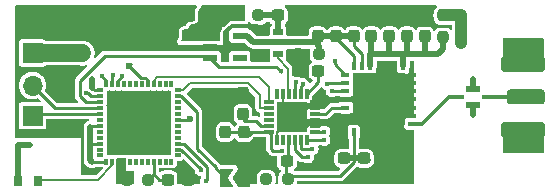
<source format=gbr>
%TF.GenerationSoftware,KiCad,Pcbnew,8.0.6-8.0.6-0~ubuntu24.04.1*%
%TF.CreationDate,2024-10-27T16:32:26+01:00*%
%TF.ProjectId,LoRa,4c6f5261-2e6b-4696-9361-645f70636258,rev?*%
%TF.SameCoordinates,Original*%
%TF.FileFunction,Copper,L1,Top*%
%TF.FilePolarity,Positive*%
%FSLAX46Y46*%
G04 Gerber Fmt 4.6, Leading zero omitted, Abs format (unit mm)*
G04 Created by KiCad (PCBNEW 8.0.6-8.0.6-0~ubuntu24.04.1) date 2024-10-27 16:32:26*
%MOMM*%
%LPD*%
G01*
G04 APERTURE LIST*
G04 Aperture macros list*
%AMRoundRect*
0 Rectangle with rounded corners*
0 $1 Rounding radius*
0 $2 $3 $4 $5 $6 $7 $8 $9 X,Y pos of 4 corners*
0 Add a 4 corners polygon primitive as box body*
4,1,4,$2,$3,$4,$5,$6,$7,$8,$9,$2,$3,0*
0 Add four circle primitives for the rounded corners*
1,1,$1+$1,$2,$3*
1,1,$1+$1,$4,$5*
1,1,$1+$1,$6,$7*
1,1,$1+$1,$8,$9*
0 Add four rect primitives between the rounded corners*
20,1,$1+$1,$2,$3,$4,$5,0*
20,1,$1+$1,$4,$5,$6,$7,0*
20,1,$1+$1,$6,$7,$8,$9,0*
20,1,$1+$1,$8,$9,$2,$3,0*%
%AMFreePoly0*
4,1,6,1.000000,0.000000,0.500000,-0.750000,-0.500000,-0.750000,-0.500000,0.750000,0.500000,0.750000,1.000000,0.000000,1.000000,0.000000,$1*%
%AMFreePoly1*
4,1,6,0.500000,-0.750000,-0.650000,-0.750000,-0.150000,0.000000,-0.650000,0.750000,0.500000,0.750000,0.500000,-0.750000,0.500000,-0.750000,$1*%
G04 Aperture macros list end*
%TA.AperFunction,SMDPad,CuDef*%
%ADD10RoundRect,0.237500X-0.237500X0.300000X-0.237500X-0.300000X0.237500X-0.300000X0.237500X0.300000X0*%
%TD*%
%TA.AperFunction,SMDPad,CuDef*%
%ADD11FreePoly0,180.000000*%
%TD*%
%TA.AperFunction,SMDPad,CuDef*%
%ADD12FreePoly1,180.000000*%
%TD*%
%TA.AperFunction,SMDPad,CuDef*%
%ADD13RoundRect,0.237500X-0.250000X-0.237500X0.250000X-0.237500X0.250000X0.237500X-0.250000X0.237500X0*%
%TD*%
%TA.AperFunction,SMDPad,CuDef*%
%ADD14RoundRect,0.237500X0.300000X0.237500X-0.300000X0.237500X-0.300000X-0.237500X0.300000X-0.237500X0*%
%TD*%
%TA.AperFunction,SMDPad,CuDef*%
%ADD15RoundRect,0.237500X0.237500X-0.300000X0.237500X0.300000X-0.237500X0.300000X-0.237500X-0.300000X0*%
%TD*%
%TA.AperFunction,SMDPad,CuDef*%
%ADD16RoundRect,0.237500X-0.300000X-0.237500X0.300000X-0.237500X0.300000X0.237500X-0.300000X0.237500X0*%
%TD*%
%TA.AperFunction,ComponentPad*%
%ADD17R,1.700000X1.700000*%
%TD*%
%TA.AperFunction,ComponentPad*%
%ADD18O,1.700000X1.700000*%
%TD*%
%TA.AperFunction,SMDPad,CuDef*%
%ADD19RoundRect,0.237500X0.250000X0.237500X-0.250000X0.237500X-0.250000X-0.237500X0.250000X-0.237500X0*%
%TD*%
%TA.AperFunction,SMDPad,CuDef*%
%ADD20R,1.200000X0.600000*%
%TD*%
%TA.AperFunction,SMDPad,CuDef*%
%ADD21R,0.750000X0.950000*%
%TD*%
%TA.AperFunction,SMDPad,CuDef*%
%ADD22R,0.825000X0.630000*%
%TD*%
%TA.AperFunction,SMDPad,CuDef*%
%ADD23R,0.700000X0.400000*%
%TD*%
%TA.AperFunction,SMDPad,CuDef*%
%ADD24R,0.400000X0.700000*%
%TD*%
%TA.AperFunction,SMDPad,CuDef*%
%ADD25R,4.400000X4.400000*%
%TD*%
%TA.AperFunction,SMDPad,CuDef*%
%ADD26RoundRect,0.250000X1.350000X-0.385000X1.350000X0.385000X-1.350000X0.385000X-1.350000X-0.385000X0*%
%TD*%
%TA.AperFunction,SMDPad,CuDef*%
%ADD27RoundRect,0.250000X1.600000X-0.425000X1.600000X0.425000X-1.600000X0.425000X-1.600000X-0.425000X0*%
%TD*%
%TA.AperFunction,SMDPad,CuDef*%
%ADD28RoundRect,0.237500X-0.237500X0.250000X-0.237500X-0.250000X0.237500X-0.250000X0.237500X0.250000X0*%
%TD*%
%TA.AperFunction,SMDPad,CuDef*%
%ADD29RoundRect,0.043750X0.131250X-0.181250X0.131250X0.181250X-0.131250X0.181250X-0.131250X-0.181250X0*%
%TD*%
%TA.AperFunction,SMDPad,CuDef*%
%ADD30RoundRect,0.043750X0.181250X-0.131250X0.181250X0.131250X-0.181250X0.131250X-0.181250X-0.131250X0*%
%TD*%
%TA.AperFunction,SMDPad,CuDef*%
%ADD31R,5.400000X5.400000*%
%TD*%
%TA.AperFunction,SMDPad,CuDef*%
%ADD32R,0.300000X0.850000*%
%TD*%
%TA.AperFunction,SMDPad,CuDef*%
%ADD33R,0.850000X0.300000*%
%TD*%
%TA.AperFunction,SMDPad,CuDef*%
%ADD34R,2.650000X2.650000*%
%TD*%
%TA.AperFunction,SMDPad,CuDef*%
%ADD35R,0.550000X0.350000*%
%TD*%
%TA.AperFunction,SMDPad,CuDef*%
%ADD36R,1.250000X0.550000*%
%TD*%
%TA.AperFunction,ViaPad*%
%ADD37C,0.600000*%
%TD*%
%TA.AperFunction,ViaPad*%
%ADD38C,0.450000*%
%TD*%
%TA.AperFunction,Conductor*%
%ADD39C,0.500000*%
%TD*%
%TA.AperFunction,Conductor*%
%ADD40C,1.000000*%
%TD*%
%TA.AperFunction,Conductor*%
%ADD41C,0.250000*%
%TD*%
%TA.AperFunction,Conductor*%
%ADD42C,1.500000*%
%TD*%
%TA.AperFunction,Conductor*%
%ADD43C,0.374500*%
%TD*%
%TA.AperFunction,Conductor*%
%ADD44C,0.200000*%
%TD*%
G04 APERTURE END LIST*
D10*
%TO.P,C14,1*%
%TO.N,Net-(IC1-DCC_FB)*%
X115000000Y-80487500D03*
%TO.P,C14,2*%
%TO.N,GND*%
X115000000Y-82212500D03*
%TD*%
D11*
%TO.P,JP1,1,A*%
%TO.N,GND*%
X116570000Y-84320000D03*
D12*
%TO.P,JP1,2,B*%
%TO.N,Net-(JP1-B)*%
X115120000Y-84320000D03*
%TD*%
D13*
%TO.P,FB2,1*%
%TO.N,+3.3V*%
X118487500Y-84450000D03*
%TO.P,FB2,2*%
%TO.N,VCC2*%
X120312500Y-84450000D03*
%TD*%
D14*
%TO.P,C22,1*%
%TO.N,VCC2*%
X125100000Y-82700000D03*
%TO.P,C22,2*%
%TO.N,GND*%
X123375000Y-82700000D03*
%TD*%
D15*
%TO.P,C15,1*%
%TO.N,+3.3V*%
X116500000Y-78912500D03*
%TO.P,C15,2*%
%TO.N,GND*%
X116500000Y-77187500D03*
%TD*%
D10*
%TO.P,C13,1*%
%TO.N,Net-(IC1-DCC_FB)*%
X116600000Y-80500000D03*
%TO.P,C13,2*%
%TO.N,GND*%
X116600000Y-82225000D03*
%TD*%
D16*
%TO.P,C9,1*%
%TO.N,Net-(Y2-VDD)*%
X119512500Y-70600000D03*
%TO.P,C9,2*%
%TO.N,GND*%
X121237500Y-70600000D03*
%TD*%
D17*
%TO.P,J1,1,Pin_1*%
%TO.N,+5V*%
X98700000Y-73775000D03*
D18*
%TO.P,J1,2,Pin_2*%
%TO.N,GND*%
X98700000Y-71235000D03*
%TD*%
D19*
%TO.P,R8,1*%
%TO.N,+2V85*%
X122975000Y-73900000D03*
%TO.P,R8,2*%
%TO.N,GND*%
X121150000Y-73900000D03*
%TD*%
D20*
%TO.P,IC4,1,IN*%
%TO.N,+3.3V*%
X113750000Y-72300000D03*
%TO.P,IC4,2,GND*%
%TO.N,GND*%
X113750000Y-73250000D03*
%TO.P,IC4,3,EN*%
%TO.N,CTX*%
X113750000Y-74200000D03*
%TO.P,IC4,4,N/C*%
%TO.N,unconnected-(IC4-N{slash}C-Pad4)*%
X116250000Y-74200000D03*
%TO.P,IC4,5,OUT*%
%TO.N,+2V85*%
X116250000Y-72300000D03*
%TD*%
D14*
%TO.P,C5,1*%
%TO.N,+3.3V*%
X111900000Y-72250000D03*
%TO.P,C5,2*%
%TO.N,GND*%
X110175000Y-72250000D03*
%TD*%
D15*
%TO.P,C26,1*%
%TO.N,VCC_PA*%
X128900000Y-72362500D03*
%TO.P,C26,2*%
%TO.N,GND*%
X128900000Y-70637500D03*
%TD*%
D21*
%TO.P,ANT1,1,FEED*%
%TO.N,Net-(ANT1-FEED)*%
X99150000Y-84600000D03*
%TO.P,ANT1,2,NC*%
%TO.N,unconnected-(ANT1-NC-Pad2)*%
X97450000Y-84600000D03*
%TD*%
D22*
%TO.P,Y2,1,GROUND*%
%TO.N,GND*%
X118262500Y-72040000D03*
%TO.P,Y2,2,GROUND*%
X118262500Y-73860000D03*
%TO.P,Y2,3,OUTPUT*%
%TO.N,TCXO*%
X119487500Y-73860000D03*
%TO.P,Y2,4,VDD*%
%TO.N,Net-(Y2-VDD)*%
X119487500Y-72040000D03*
%TD*%
D13*
%TO.P,FB3,1*%
%TO.N,+3.3V*%
X115962500Y-70600000D03*
%TO.P,FB3,2*%
%TO.N,Net-(Y2-VDD)*%
X117787500Y-70600000D03*
%TD*%
D17*
%TO.P,J2,1,Pin_1*%
%TO.N,UART0_TX*%
X98700000Y-79075000D03*
D18*
%TO.P,J2,2,Pin_2*%
%TO.N,UART0_RX*%
X98700000Y-76535000D03*
%TD*%
D14*
%TO.P,C18,1*%
%TO.N,+3.3V*%
X113712500Y-70650000D03*
%TO.P,C18,2*%
%TO.N,GND*%
X111987500Y-70650000D03*
%TD*%
D23*
%TO.P,IC3,1,CSD*%
%TO.N,CSD*%
X125200000Y-75600000D03*
%TO.P,IC3,2,CTX*%
%TO.N,CTX*%
X125200000Y-76300000D03*
%TO.P,IC3,3,CRX*%
%TO.N,CRX*%
X125200000Y-77000000D03*
%TO.P,IC3,4,GND_1*%
%TO.N,GND*%
X125200000Y-77700000D03*
%TO.P,IC3,5,TR*%
%TO.N,Net-(IC1-RFIO)*%
X125200000Y-78400000D03*
%TO.P,IC3,6,GND_2*%
%TO.N,GND*%
X125200000Y-79100000D03*
%TO.P,IC3,7,GND_3*%
X125200000Y-79800000D03*
D24*
%TO.P,IC3,8,VCC2*%
%TO.N,VCC2*%
X125900000Y-80500000D03*
%TO.P,IC3,9,GND_4*%
%TO.N,GND*%
X126600000Y-80500000D03*
%TO.P,IC3,10,GND_5*%
X127300000Y-80500000D03*
%TO.P,IC3,11,GND_6*%
X128000000Y-80500000D03*
%TO.P,IC3,12,GND_7*%
X128700000Y-80500000D03*
%TO.P,IC3,13,GND_8*%
X129400000Y-80500000D03*
%TO.P,IC3,14,GND_9*%
X130100000Y-80500000D03*
D23*
%TO.P,IC3,15,ANT*%
%TO.N,Net-(FL1-IN)*%
X130800000Y-79800000D03*
%TO.P,IC3,16,GND_10*%
%TO.N,GND*%
X130800000Y-79100000D03*
%TO.P,IC3,17,GND_11*%
X130800000Y-78400000D03*
%TO.P,IC3,18,GND_12*%
X130800000Y-77700000D03*
%TO.P,IC3,19,GND_13*%
X130800000Y-77000000D03*
%TO.P,IC3,20,GND_14*%
X130800000Y-76300000D03*
%TO.P,IC3,21,GND_15*%
X130800000Y-75600000D03*
D24*
%TO.P,IC3,22,VCC4*%
%TO.N,VCC_PA*%
X130100000Y-74900000D03*
%TO.P,IC3,23,GND_16*%
%TO.N,GND*%
X129400000Y-74900000D03*
%TO.P,IC3,24,GND_17*%
X128700000Y-74900000D03*
%TO.P,IC3,25,GND_18*%
X128000000Y-74900000D03*
%TO.P,IC3,26,VCC1*%
%TO.N,VCC_PA*%
X127300000Y-74900000D03*
%TO.P,IC3,27,VREF1*%
%TO.N,+2V85*%
X126600000Y-74900000D03*
%TO.P,IC3,28,VREF2*%
X125900000Y-74900000D03*
D25*
%TO.P,IC3,29,EP*%
%TO.N,GND*%
X128000000Y-77700000D03*
%TD*%
D16*
%TO.P,C21,1*%
%TO.N,VCC2*%
X126737500Y-82700000D03*
%TO.P,C21,2*%
%TO.N,GND*%
X128462500Y-82700000D03*
%TD*%
D26*
%TO.P,J6,1,In*%
%TO.N,Net-(FL1-OUT)*%
X140500000Y-77500000D03*
D27*
%TO.P,J6,2,Ext*%
%TO.N,GND*%
X140250000Y-74675000D03*
X140250000Y-80325000D03*
%TD*%
D28*
%TO.P,FB1,1*%
%TO.N,+3.3V*%
X133450000Y-70587500D03*
%TO.P,FB1,2*%
%TO.N,VCC_PA*%
X133450000Y-72412500D03*
%TD*%
D15*
%TO.P,C20,1*%
%TO.N,+2V85*%
X124400000Y-72362500D03*
%TO.P,C20,2*%
%TO.N,GND*%
X124400000Y-70637500D03*
%TD*%
D14*
%TO.P,C8,1*%
%TO.N,Net-(IC1-VR_PA)*%
X122912500Y-75300000D03*
%TO.P,C8,2*%
%TO.N,GND*%
X121187500Y-75300000D03*
%TD*%
D29*
%TO.P,U1,1,VDDA*%
%TO.N,+3.3V*%
X104962500Y-82965000D03*
%TO.P,U1,2,LNA_IN*%
%TO.N,Net-(ANT1-FEED)*%
X105462500Y-82965000D03*
%TO.P,U1,3,VDDA3P3*%
%TO.N,+3.3V*%
X105962500Y-82965000D03*
%TO.P,U1,4,VDDA3P3*%
X106462500Y-82965000D03*
%TO.P,U1,5,SENSOR_VP*%
%TO.N,unconnected-(U1-SENSOR_VP-Pad5)*%
X106962500Y-82965000D03*
%TO.P,U1,6,SENSOR_CAPP*%
%TO.N,unconnected-(U1-SENSOR_CAPP-Pad6)*%
X107462500Y-82965000D03*
%TO.P,U1,7,SENSOR_CAPN*%
%TO.N,unconnected-(U1-SENSOR_CAPN-Pad7)*%
X107962500Y-82965000D03*
%TO.P,U1,8,SENSOR_VN*%
%TO.N,unconnected-(U1-SENSOR_VN-Pad8)*%
X108462500Y-82965000D03*
%TO.P,U1,9,EN*%
%TO.N,Net-(U1-EN)*%
X108962500Y-82965000D03*
%TO.P,U1,10,IO34*%
%TO.N,unconnected-(U1-IO34-Pad10)*%
X109462500Y-82965000D03*
%TO.P,U1,11,IO35*%
%TO.N,unconnected-(U1-IO35-Pad11)*%
X109962500Y-82965000D03*
%TO.P,U1,12,IO32*%
%TO.N,unconnected-(U1-IO32-Pad12)*%
X110462500Y-82965000D03*
D30*
%TO.P,U1,13,IO33*%
%TO.N,unconnected-(U1-IO33-Pad13)*%
X110977500Y-82450000D03*
%TO.P,U1,14,IO25*%
%TO.N,SX_NRES*%
X110977500Y-81950000D03*
%TO.P,U1,15,IO26*%
%TO.N,CRX*%
X110977500Y-81450000D03*
%TO.P,U1,16,IO27*%
%TO.N,unconnected-(U1-IO27-Pad16)*%
X110977500Y-80950000D03*
%TO.P,U1,17,IO14*%
%TO.N,unconnected-(U1-IO14-Pad17)*%
X110977500Y-80450000D03*
%TO.P,U1,18,IO12*%
%TO.N,unconnected-(U1-IO12-Pad18)*%
X110977500Y-79950000D03*
%TO.P,U1,19,VDD3P3_RTC*%
%TO.N,+3.3V*%
X110977500Y-79450000D03*
%TO.P,U1,20,IO13*%
%TO.N,unconnected-(U1-IO13-Pad20)*%
X110977500Y-78950000D03*
%TO.P,U1,21,IO15*%
%TO.N,unconnected-(U1-IO15-Pad21)*%
X110977500Y-78450000D03*
%TO.P,U1,22,IO2*%
%TO.N,unconnected-(U1-IO2-Pad22)*%
X110977500Y-77950000D03*
%TO.P,U1,23,IO0*%
%TO.N,Net-(JP1-B)*%
X110977500Y-77450000D03*
%TO.P,U1,24,IO4*%
%TO.N,SX_DIO*%
X110977500Y-76950000D03*
D29*
%TO.P,U1,25,IO16*%
%TO.N,unconnected-(U1-IO16-Pad25)*%
X110462500Y-76435000D03*
%TO.P,U1,26,VDD_SDIO*%
%TO.N,unconnected-(U1-VDD_SDIO-Pad26)*%
X109962500Y-76435000D03*
%TO.P,U1,27,IO17*%
%TO.N,unconnected-(U1-IO17-Pad27)*%
X109462500Y-76435000D03*
%TO.P,U1,28,SD2*%
%TO.N,SX_BUSY*%
X108962500Y-76435000D03*
%TO.P,U1,29,SD3*%
%TO.N,CSD*%
X108462500Y-76435000D03*
%TO.P,U1,30,CMD*%
%TO.N,unconnected-(U1-CMD-Pad30)*%
X107962500Y-76435000D03*
%TO.P,U1,31,CLK*%
%TO.N,unconnected-(U1-CLK-Pad31)*%
X107462500Y-76435000D03*
%TO.P,U1,32,SD0*%
%TO.N,unconnected-(U1-SD0-Pad32)*%
X106962500Y-76435000D03*
%TO.P,U1,33,SD1*%
%TO.N,unconnected-(U1-SD1-Pad33)*%
X106462500Y-76435000D03*
%TO.P,U1,34,IO5*%
%TO.N,SX_CS*%
X105962500Y-76435000D03*
%TO.P,U1,35,IO18*%
%TO.N,SX_SCK*%
X105462500Y-76435000D03*
%TO.P,U1,36,IO23*%
%TO.N,SX_MOSI*%
X104962500Y-76435000D03*
D30*
%TO.P,U1,37,VDD3P3_CPU*%
%TO.N,+3.3V*%
X104447500Y-76950000D03*
%TO.P,U1,38,IO19*%
%TO.N,SX_MISO*%
X104447500Y-77450000D03*
%TO.P,U1,39,IO22*%
%TO.N,CTX*%
X104447500Y-77950000D03*
%TO.P,U1,40,U0RXD*%
%TO.N,UART0_RX*%
X104447500Y-78450000D03*
%TO.P,U1,41,U0TXD*%
%TO.N,UART0_TX*%
X104447500Y-78950000D03*
%TO.P,U1,42,IO21*%
%TO.N,unconnected-(U1-IO21-Pad42)*%
X104447500Y-79450000D03*
%TO.P,U1,43,VDDA*%
%TO.N,+3.3V*%
X104447500Y-79950000D03*
%TO.P,U1,44,XTAL_N_NC*%
%TO.N,unconnected-(U1-XTAL_N_NC-Pad44)*%
X104447500Y-80450000D03*
%TO.P,U1,45,XTAL_P_NC*%
%TO.N,unconnected-(U1-XTAL_P_NC-Pad45)*%
X104447500Y-80950000D03*
%TO.P,U1,46,VDDA*%
%TO.N,+3.3V*%
X104447500Y-81450000D03*
%TO.P,U1,47,CAP2_NC*%
%TO.N,unconnected-(U1-CAP2_NC-Pad47)*%
X104447500Y-81950000D03*
%TO.P,U1,48,CAP1_NC*%
%TO.N,unconnected-(U1-CAP1_NC-Pad48)*%
X104447500Y-82450000D03*
D31*
%TO.P,U1,49,GND*%
%TO.N,GND*%
X107712500Y-79700000D03*
%TD*%
D13*
%TO.P,R2,1*%
%TO.N,+3.3V*%
X106675000Y-84500000D03*
%TO.P,R2,2*%
%TO.N,Net-(U1-EN)*%
X108500000Y-84500000D03*
%TD*%
D32*
%TO.P,IC1,1,VR_PA*%
%TO.N,Net-(IC1-VR_PA)*%
X121900000Y-77250000D03*
%TO.P,IC1,2,VDD_IN*%
%TO.N,Net-(IC1-DCC_FB)*%
X121400000Y-77250000D03*
%TO.P,IC1,3,NRESET*%
%TO.N,SX_NRES*%
X120900000Y-77250000D03*
%TO.P,IC1,4,XTA*%
%TO.N,TCXO*%
X120400000Y-77250000D03*
%TO.P,IC1,5,GND_1*%
%TO.N,GND*%
X119900000Y-77250000D03*
%TO.P,IC1,6,XTB*%
%TO.N,unconnected-(IC1-XTB-Pad6)*%
X119400000Y-77250000D03*
D33*
%TO.P,IC1,7,BUSY*%
%TO.N,SX_BUSY*%
X118700000Y-77950000D03*
%TO.P,IC1,8,DIO1*%
%TO.N,SX_DIO*%
X118700000Y-78450000D03*
%TO.P,IC1,9,DIO2*%
%TO.N,unconnected-(IC1-DIO2-Pad9)*%
X118700000Y-78950000D03*
%TO.P,IC1,10,DIO3*%
%TO.N,unconnected-(IC1-DIO3-Pad10)*%
X118700000Y-79450000D03*
%TO.P,IC1,11,VBAT_IO*%
%TO.N,+3.3V*%
X118700000Y-79950000D03*
%TO.P,IC1,12,DCC_FB*%
%TO.N,Net-(IC1-DCC_FB)*%
X118700000Y-80450000D03*
D32*
%TO.P,IC1,13,GND_2*%
%TO.N,GND*%
X119400000Y-81150000D03*
%TO.P,IC1,14,DCC_SW*%
%TO.N,unconnected-(IC1-DCC_SW-Pad14)*%
X119900000Y-81150000D03*
%TO.P,IC1,15,VBAT*%
%TO.N,VCC2*%
X120400000Y-81150000D03*
%TO.P,IC1,16,MISO_TX*%
%TO.N,SX_MISO*%
X120900000Y-81150000D03*
%TO.P,IC1,17,MOSI_RX*%
%TO.N,SX_MOSI*%
X121400000Y-81150000D03*
%TO.P,IC1,18,SCK_RTSN*%
%TO.N,SX_SCK*%
X121900000Y-81150000D03*
D33*
%TO.P,IC1,19,NSS_CTS*%
%TO.N,SX_CS*%
X122600000Y-80450000D03*
%TO.P,IC1,20,GND_3*%
%TO.N,GND*%
X122600000Y-79950000D03*
%TO.P,IC1,21,GND_4*%
X122600000Y-79450000D03*
%TO.P,IC1,22,RFIO*%
%TO.N,Net-(IC1-RFIO)*%
X122600000Y-78950000D03*
%TO.P,IC1,23,GND_5*%
%TO.N,GND*%
X122600000Y-78450000D03*
%TO.P,IC1,24,GND_6*%
X122600000Y-77950000D03*
D34*
%TO.P,IC1,25,EP*%
X120650000Y-79200000D03*
%TD*%
D15*
%TO.P,C24,1*%
%TO.N,VCC_PA*%
X131900000Y-72375000D03*
%TO.P,C24,2*%
%TO.N,GND*%
X131900000Y-70650000D03*
%TD*%
%TO.P,C19,1*%
%TO.N,+2V85*%
X125900000Y-72362500D03*
%TO.P,C19,2*%
%TO.N,GND*%
X125900000Y-70637500D03*
%TD*%
%TO.P,C4,1*%
%TO.N,+5V*%
X101950000Y-73725000D03*
%TO.P,C4,2*%
%TO.N,GND*%
X101950000Y-72000000D03*
%TD*%
D35*
%TO.P,FL1,1,IN*%
%TO.N,Net-(FL1-IN)*%
X134950000Y-77500000D03*
D36*
%TO.P,FL1,2,GND_1*%
%TO.N,GND*%
X135975000Y-78150000D03*
D35*
%TO.P,FL1,3,OUT*%
%TO.N,Net-(FL1-OUT)*%
X137000000Y-77500000D03*
D36*
%TO.P,FL1,4,GND_2*%
%TO.N,GND*%
X135975000Y-76850000D03*
%TD*%
D15*
%TO.P,C17,1*%
%TO.N,+2V85*%
X122850000Y-72362500D03*
%TO.P,C17,2*%
%TO.N,GND*%
X122850000Y-70637500D03*
%TD*%
D14*
%TO.P,C16,1*%
%TO.N,VCC2*%
X120262500Y-82950000D03*
%TO.P,C16,2*%
%TO.N,GND*%
X118537500Y-82950000D03*
%TD*%
D15*
%TO.P,C25,1*%
%TO.N,VCC_PA*%
X130400000Y-72362500D03*
%TO.P,C25,2*%
%TO.N,GND*%
X130400000Y-70637500D03*
%TD*%
%TO.P,C23,1*%
%TO.N,VCC_PA*%
X127400000Y-72362500D03*
%TO.P,C23,2*%
%TO.N,GND*%
X127400000Y-70637500D03*
%TD*%
D16*
%TO.P,C3,1*%
%TO.N,Net-(U1-EN)*%
X110137500Y-84500000D03*
%TO.P,C3,2*%
%TO.N,GND*%
X111862500Y-84500000D03*
%TD*%
D37*
%TO.N,+3.3V*%
X114900000Y-70900000D03*
D38*
X116600000Y-79310000D03*
D37*
X135000000Y-72100000D03*
D38*
X106259670Y-83895738D03*
D37*
X135000000Y-70600000D03*
X113750000Y-72300000D03*
D38*
X118487500Y-84450000D03*
X106675000Y-84500000D03*
X103750000Y-76750000D03*
X103667500Y-82932500D03*
D37*
X113750000Y-72300000D03*
X135000000Y-71299997D03*
D38*
X103600000Y-81500000D03*
D37*
X114900000Y-70200000D03*
D38*
X103600000Y-82200000D03*
X106100000Y-84500000D03*
X103700000Y-75950000D03*
D37*
X135000000Y-72900000D03*
X113712500Y-70650000D03*
X112000000Y-79400000D03*
%TO.N,+5V*%
X101800000Y-73762500D03*
X100005000Y-73775000D03*
X100900000Y-73775000D03*
X102900000Y-73800000D03*
D38*
%TO.N,GND*%
X100500000Y-72500000D03*
X130500000Y-83000000D03*
X102500000Y-72500000D03*
X101000000Y-77500000D03*
X102000000Y-75500000D03*
X121150000Y-73900000D03*
X130500000Y-82000000D03*
X136000000Y-79000000D03*
X102500000Y-70000000D03*
X105500000Y-70000000D03*
X104000000Y-70000000D03*
X123500000Y-70000000D03*
X117950000Y-81900000D03*
X131000000Y-70000000D03*
X130500000Y-81000000D03*
X124500000Y-79000000D03*
X106750000Y-70000000D03*
X128000000Y-81500000D03*
X129000000Y-81500000D03*
X98000000Y-80500000D03*
X128000000Y-70000000D03*
X121800000Y-74230000D03*
X101000000Y-75500000D03*
X101500000Y-70000000D03*
X100500000Y-70000000D03*
X139000000Y-82000000D03*
X139000000Y-73000000D03*
X127000000Y-81500000D03*
X106950000Y-72650000D03*
X123500000Y-78000000D03*
X120680000Y-71840000D03*
X102000000Y-77500000D03*
X100000000Y-75500000D03*
X101000000Y-80500000D03*
X117950000Y-81100000D03*
X141500000Y-82000000D03*
X136000000Y-76000000D03*
X106960000Y-71230000D03*
X117250000Y-83670000D03*
X99500000Y-80500000D03*
X102000000Y-76500000D03*
X121610000Y-71890000D03*
X141500000Y-73000000D03*
X124254055Y-79748419D03*
X140250000Y-73000000D03*
X122000000Y-70000000D03*
X126500000Y-84500000D03*
X111560000Y-83630000D03*
X129500000Y-84500000D03*
X100500000Y-76500000D03*
X130000000Y-81500000D03*
X129500000Y-70000000D03*
X125000000Y-70000000D03*
X111862500Y-84500000D03*
X102500000Y-71000000D03*
X105550000Y-72650000D03*
X104150000Y-72450000D03*
X140250000Y-82000000D03*
X116570000Y-84320000D03*
X117270000Y-84560000D03*
X128000000Y-84500000D03*
X130500000Y-84000000D03*
X123000000Y-77374997D03*
X102500000Y-80500000D03*
X126500000Y-70000000D03*
%TO.N,Net-(IC1-DCC_FB)*%
X121600000Y-76400000D03*
X119792308Y-82070874D03*
%TO.N,+2V85*%
X122850000Y-72362500D03*
D37*
%TO.N,CSD*%
X106885000Y-74865000D03*
D38*
X124350000Y-74450000D03*
%TO.N,CRX*%
X124050000Y-77000000D03*
X113400000Y-84600000D03*
%TO.N,CTX*%
X123650000Y-76400000D03*
X119725736Y-75324264D03*
%TO.N,SX_MOSI*%
X122400000Y-81900000D03*
X104550000Y-75700000D03*
%TO.N,SX_MISO*%
X103246750Y-77201346D03*
X122000000Y-82600000D03*
%TO.N,SX_CS*%
X106251410Y-75701410D03*
X123400000Y-80450000D03*
%TO.N,SX_SCK*%
X105550000Y-75625002D03*
X123400000Y-81150000D03*
%TO.N,SX_NRES*%
X120981062Y-76201458D03*
X112950000Y-83650000D03*
%TD*%
D39*
%TO.N,+3.3V*%
X103600000Y-82200000D02*
X103600000Y-82865000D01*
D40*
X133450000Y-70587500D02*
X134987500Y-70587500D01*
X134987500Y-70587500D02*
X135000000Y-70600000D01*
D41*
X116600000Y-79310000D02*
X116600000Y-79012500D01*
X106250000Y-84500000D02*
X106100000Y-84500000D01*
D39*
X103667500Y-82932500D02*
X103700000Y-82965000D01*
D40*
X135000000Y-70600000D02*
X135000000Y-71299997D01*
D41*
X103700000Y-82965000D02*
X104962500Y-82965000D01*
X105962500Y-82965000D02*
X105962500Y-83000000D01*
X104447500Y-76950000D02*
X103950000Y-76950000D01*
X103700000Y-79950000D02*
X104447500Y-79950000D01*
X105962500Y-83000000D02*
X105997500Y-82965000D01*
D39*
X103600000Y-81600000D02*
X103600000Y-82200000D01*
D41*
X116600000Y-79012500D02*
X116500000Y-78912500D01*
X118700000Y-79950000D02*
X118025000Y-79950000D01*
D40*
X135000000Y-71299997D02*
X135000000Y-72900000D01*
D41*
X104447500Y-79950000D02*
X104112296Y-79950000D01*
X103600000Y-80050000D02*
X103700000Y-79950000D01*
X106462500Y-84287500D02*
X106250000Y-84500000D01*
D39*
X103700000Y-76700000D02*
X103700000Y-75950000D01*
X103750000Y-76750000D02*
X103700000Y-76700000D01*
D41*
X111950000Y-79450000D02*
X112000000Y-79400000D01*
X116600000Y-79550000D02*
X116600000Y-79310000D01*
X103950000Y-76950000D02*
X103750000Y-76750000D01*
D39*
X103600000Y-81500000D02*
X103600000Y-81600000D01*
D41*
X110977500Y-79450000D02*
X111950000Y-79450000D01*
X117625000Y-79550000D02*
X116600000Y-79550000D01*
X118025000Y-79950000D02*
X117625000Y-79550000D01*
D39*
X103600000Y-80050000D02*
X103600000Y-81500000D01*
D41*
X103750000Y-81450000D02*
X103600000Y-81600000D01*
D39*
X103600000Y-82865000D02*
X103667500Y-82932500D01*
D41*
X104447500Y-81450000D02*
X103750000Y-81450000D01*
D42*
%TO.N,+5V*%
X98700000Y-73775000D02*
X102875000Y-73775000D01*
X102875000Y-73775000D02*
X102900000Y-73800000D01*
D43*
%TO.N,GND*%
X140250000Y-81260000D02*
X140320000Y-81330000D01*
D44*
X119900000Y-78450000D02*
X120650000Y-79200000D01*
D43*
X117684750Y-71462250D02*
X115557750Y-71462250D01*
X118262500Y-72040000D02*
X117684750Y-71462250D01*
D40*
X98700000Y-71235000D02*
X100997500Y-71235000D01*
D39*
X135975000Y-76850000D02*
X135975000Y-76025000D01*
D43*
X140250000Y-73900000D02*
X140300000Y-73850000D01*
D44*
X119900000Y-77250000D02*
X119900000Y-78450000D01*
D43*
X140250000Y-74675000D02*
X140250000Y-73900000D01*
D44*
X119400000Y-81150000D02*
X119425000Y-81125000D01*
D39*
X135975000Y-76025000D02*
X136000000Y-76000000D01*
D44*
X119425000Y-81125000D02*
X119425000Y-80425000D01*
D39*
X135975000Y-78150000D02*
X135975000Y-78975000D01*
D43*
X114980000Y-72040000D02*
X114980000Y-73590000D01*
D44*
X119425000Y-80425000D02*
X120650000Y-79200000D01*
D43*
X115557750Y-71462250D02*
X114980000Y-72040000D01*
D40*
X100997500Y-71235000D02*
X101800000Y-72037500D01*
D43*
X140250000Y-80325000D02*
X140250000Y-81260000D01*
D40*
X111987500Y-70650000D02*
X110300000Y-70650000D01*
D39*
X135975000Y-78975000D02*
X136000000Y-79000000D01*
D41*
%TO.N,Net-(U1-EN)*%
X108962500Y-84037500D02*
X108962500Y-82965000D01*
X108500000Y-84500000D02*
X108962500Y-84037500D01*
X109425000Y-84500000D02*
X108962500Y-84037500D01*
X110137500Y-84500000D02*
X109425000Y-84500000D01*
%TO.N,Net-(IC1-VR_PA)*%
X122912500Y-76237500D02*
X122912500Y-75300000D01*
X121900000Y-77250000D02*
X122812500Y-76337500D01*
X122812500Y-76337500D02*
X122912500Y-76237500D01*
%TO.N,Net-(IC1-DCC_FB)*%
X117900000Y-80450000D02*
X117275000Y-80450000D01*
X117550000Y-80450000D02*
X117275000Y-80450000D01*
X118700000Y-80450000D02*
X117900000Y-80450000D01*
X117250000Y-80450000D02*
X117000000Y-80700000D01*
X118925000Y-80675000D02*
X118700000Y-80450000D01*
X118925000Y-81900000D02*
X118925000Y-80675000D01*
X119792308Y-82070874D02*
X119095874Y-82070874D01*
X118700000Y-80450000D02*
X117550000Y-80450000D01*
X119095874Y-82070874D02*
X118925000Y-81900000D01*
X117175000Y-80450000D02*
X114937500Y-80450000D01*
X114937500Y-80450000D02*
X114900000Y-80487500D01*
X117550000Y-80450000D02*
X117250000Y-80450000D01*
X121400000Y-77250000D02*
X121400000Y-76600000D01*
X121400000Y-76600000D02*
X121600000Y-76400000D01*
D39*
%TO.N,VCC2*%
X126887500Y-82650000D02*
X127087500Y-82850000D01*
D41*
X120200000Y-84150000D02*
X120250000Y-84200000D01*
X124700000Y-84200000D02*
X125000000Y-83900000D01*
X120350000Y-81150000D02*
X120350000Y-82500000D01*
D39*
X125900000Y-82650000D02*
X126887500Y-82650000D01*
D41*
X125900000Y-83000000D02*
X125900000Y-82650000D01*
X120200000Y-82650000D02*
X120200000Y-84150000D01*
X125900000Y-80500000D02*
X125900000Y-82650000D01*
X120350000Y-82500000D02*
X120200000Y-82650000D01*
X120250000Y-84200000D02*
X124700000Y-84200000D01*
D39*
X125312500Y-82650000D02*
X125900000Y-82650000D01*
D41*
X125000000Y-83900000D02*
X125900000Y-83000000D01*
D39*
%TO.N,+2V85*%
X122850000Y-72362500D02*
X125900000Y-72362500D01*
X117400000Y-72850000D02*
X116850000Y-72300000D01*
D41*
X124400000Y-72362500D02*
X124400000Y-72550000D01*
X125900000Y-73200000D02*
X126600000Y-73900000D01*
D39*
X122975000Y-73231692D02*
X122850000Y-73106692D01*
D41*
X125900000Y-74050000D02*
X125900000Y-74900000D01*
D39*
X122593308Y-72850000D02*
X117400000Y-72850000D01*
D41*
X126600000Y-73900000D02*
X126600000Y-74900000D01*
D39*
X122975000Y-73231692D02*
X122975000Y-73900000D01*
D41*
X125900000Y-72362500D02*
X125900000Y-73200000D01*
X124400000Y-72550000D02*
X125900000Y-74050000D01*
D39*
X122850000Y-73106692D02*
X122850000Y-72362500D01*
X116850000Y-72300000D02*
X116300000Y-72300000D01*
%TO.N,VCC_PA*%
X127400000Y-73800000D02*
X127300000Y-73900000D01*
X133000000Y-73900000D02*
X131900000Y-73900000D01*
X130100000Y-74900000D02*
X130100000Y-74000000D01*
X128900000Y-72362500D02*
X128900000Y-73850000D01*
X133450000Y-73450000D02*
X133000000Y-73900000D01*
X127300000Y-74900000D02*
X127300000Y-73900000D01*
X130400000Y-72362500D02*
X130400000Y-73700000D01*
X130400000Y-73700000D02*
X130200000Y-73900000D01*
D41*
X128900000Y-73850000D02*
X128850000Y-73900000D01*
D39*
X131900000Y-72375000D02*
X131900000Y-73900000D01*
X130200000Y-73900000D02*
X127300000Y-73900000D01*
X131900000Y-73900000D02*
X130200000Y-73900000D01*
X127400000Y-72362500D02*
X127400000Y-73800000D01*
X133450000Y-72412500D02*
X133450000Y-73450000D01*
D43*
%TO.N,Net-(FL1-OUT)*%
X137000000Y-77500000D02*
X140500000Y-77500000D01*
D41*
%TO.N,CSD*%
X107000000Y-74750000D02*
X106885000Y-74865000D01*
X108247704Y-75885000D02*
X108462500Y-76099796D01*
X125200000Y-75600000D02*
X124350000Y-74750000D01*
X107905000Y-75885000D02*
X108247704Y-75885000D01*
X108462500Y-76099796D02*
X108462500Y-76435000D01*
X106885000Y-74865000D02*
X107905000Y-75885000D01*
X124350000Y-74750000D02*
X124350000Y-74450000D01*
X124350000Y-74450000D02*
X124350000Y-74400000D01*
%TO.N,CRX*%
X113500000Y-84500000D02*
X113500000Y-83422182D01*
X113400000Y-84600000D02*
X113500000Y-84500000D01*
X113500000Y-83422182D02*
X111527818Y-81450000D01*
X111527818Y-81450000D02*
X110977500Y-81450000D01*
X124050000Y-77000000D02*
X125200000Y-77000000D01*
%TO.N,CTX*%
X119725735Y-75324264D02*
X119326471Y-74925000D01*
X113600000Y-74050000D02*
X108322182Y-74050000D01*
X113750000Y-74200000D02*
X113600000Y-74050000D01*
X119749999Y-75348528D02*
X119725736Y-75324265D01*
X123750000Y-76300000D02*
X125200000Y-76300000D01*
X103200000Y-77950000D02*
X103150000Y-77900000D01*
X108312182Y-74040000D02*
X104796827Y-74040000D01*
X104796827Y-74040000D02*
X102696750Y-76140077D01*
X123750000Y-76300000D02*
X123650000Y-76400000D01*
X103217586Y-77950000D02*
X104447500Y-77950000D01*
X102696750Y-76140077D02*
X102696750Y-77429164D01*
X119326471Y-74925000D02*
X114475000Y-74925000D01*
X108322182Y-74050000D02*
X108312182Y-74040000D01*
X114475000Y-74925000D02*
X113750000Y-74200000D01*
X119725736Y-75324264D02*
X119725735Y-75324264D01*
X119725736Y-75324265D02*
X119725736Y-75324264D01*
X102696750Y-77429164D02*
X103217586Y-77950000D01*
D44*
%TO.N,SX_BUSY*%
X118700000Y-76690000D02*
X117860000Y-75850000D01*
X118700000Y-77950000D02*
X118700000Y-76690000D01*
X109247650Y-75850000D02*
X108962500Y-76135150D01*
X117860000Y-75850000D02*
X109247650Y-75850000D01*
X108962500Y-76135150D02*
X108962500Y-76435000D01*
D41*
%TO.N,SX_MOSI*%
X104962500Y-76112500D02*
X104962500Y-76435000D01*
X104550000Y-75700000D02*
X104962500Y-76112500D01*
X121400000Y-81875000D02*
X121400000Y-81150000D01*
X121425000Y-81900000D02*
X121400000Y-81875000D01*
X122400000Y-81900000D02*
X121425000Y-81900000D01*
%TO.N,SX_MISO*%
X121062500Y-82173896D02*
X121062500Y-82172924D01*
X122000000Y-82600000D02*
X121488604Y-82600000D01*
X103636827Y-77450000D02*
X104447500Y-77450000D01*
X103388173Y-77201346D02*
X103636827Y-77450000D01*
X121488604Y-82600000D02*
X121062500Y-82173896D01*
X121062500Y-82172924D02*
X120900000Y-82010424D01*
X103246750Y-77201346D02*
X103388173Y-77201346D01*
X120900000Y-82010424D02*
X120900000Y-81150000D01*
%TO.N,SX_CS*%
X106251410Y-75701410D02*
X106251410Y-75810886D01*
X122600000Y-80450000D02*
X123400000Y-80450000D01*
X105962500Y-76099796D02*
X105962500Y-76435000D01*
X106251410Y-75810886D02*
X105962500Y-76099796D01*
D44*
%TO.N,SX_DIO*%
X117975000Y-78400000D02*
X118025000Y-78450000D01*
X112033744Y-76330000D02*
X116946722Y-76330000D01*
X117975000Y-77358278D02*
X117975000Y-78400000D01*
X110977500Y-76950000D02*
X111413744Y-76950000D01*
X118025000Y-78450000D02*
X118700000Y-78450000D01*
X111413744Y-76950000D02*
X112033744Y-76330000D01*
X116946722Y-76330000D02*
X117975000Y-77358278D01*
D41*
%TO.N,SX_SCK*%
X121900000Y-81150000D02*
X123400000Y-81150000D01*
X105462500Y-75712502D02*
X105462500Y-76435000D01*
X105550000Y-75625002D02*
X105462500Y-75712502D01*
%TO.N,SX_NRES*%
X112950000Y-83650000D02*
X112950000Y-83587296D01*
X112950000Y-83587296D02*
X111312704Y-81950000D01*
X111312704Y-81950000D02*
X110977500Y-81950000D01*
X120981062Y-76201458D02*
X120900000Y-76282520D01*
X120900000Y-76282520D02*
X120900000Y-77250000D01*
D39*
%TO.N,unconnected-(ANT1-NC-Pad2)*%
X97450000Y-84600000D02*
X97450000Y-81600000D01*
X97450000Y-81600000D02*
X98500000Y-81600000D01*
D44*
%TO.N,TCXO*%
X120350000Y-77200000D02*
X120400000Y-77250000D01*
X120350000Y-75100000D02*
X120350000Y-77200000D01*
X119487500Y-73860000D02*
X119487500Y-74237500D01*
X119487500Y-74237500D02*
X120350000Y-75100000D01*
D41*
%TO.N,UART0_RX*%
X100615000Y-78450000D02*
X104447500Y-78450000D01*
X98700000Y-76535000D02*
X100615000Y-78450000D01*
%TO.N,UART0_TX*%
X98700000Y-79075000D02*
X98825000Y-78950000D01*
X98825000Y-78950000D02*
X104447500Y-78950000D01*
%TO.N,Net-(IC1-RFIO)*%
X122600000Y-78950000D02*
X123500000Y-78950000D01*
X124050000Y-78400000D02*
X125200000Y-78400000D01*
X123500000Y-78950000D02*
X124050000Y-78400000D01*
D39*
%TO.N,Net-(Y2-VDD)*%
X117787500Y-70600000D02*
X119512500Y-70600000D01*
X119512500Y-70600000D02*
X119512500Y-72015000D01*
X119512500Y-72015000D02*
X119487500Y-72040000D01*
D44*
%TO.N,Net-(ANT1-FEED)*%
X105462500Y-83264850D02*
X104237350Y-84490000D01*
X105462500Y-82965000D02*
X105462500Y-83264850D01*
X99360000Y-84490000D02*
X99350000Y-84500000D01*
X104237350Y-84490000D02*
X99360000Y-84490000D01*
D43*
%TO.N,Net-(FL1-IN)*%
X134000000Y-77500000D02*
X134950000Y-77500000D01*
X131700000Y-79800000D02*
X134000000Y-77500000D01*
X130800000Y-79800000D02*
X131700000Y-79800000D01*
D41*
%TO.N,Net-(JP1-B)*%
X114200000Y-83525000D02*
X114925000Y-84250000D01*
X111312704Y-77450000D02*
X112650000Y-78787296D01*
X114200000Y-83450000D02*
X114200000Y-83525000D01*
X112650000Y-78787296D02*
X112650000Y-81900000D01*
X110977500Y-77450000D02*
X111312704Y-77450000D01*
X112650000Y-81900000D02*
X114200000Y-83450000D01*
%TD*%
%TA.AperFunction,Conductor*%
%TO.N,GND*%
G36*
X141943039Y-72519685D02*
G01*
X141988794Y-72572489D01*
X142000000Y-72624000D01*
X142000000Y-74876000D01*
X141980315Y-74943039D01*
X141927511Y-74988794D01*
X141876000Y-75000000D01*
X138624000Y-75000000D01*
X138556961Y-74980315D01*
X138511206Y-74927511D01*
X138500000Y-74876000D01*
X138500000Y-72624000D01*
X138519685Y-72556961D01*
X138572489Y-72511206D01*
X138624000Y-72500000D01*
X141876000Y-72500000D01*
X141943039Y-72519685D01*
G37*
%TD.AperFunction*%
%TD*%
%TA.AperFunction,Conductor*%
%TO.N,+3.3V*%
G36*
X116696632Y-69753868D02*
G01*
X116700000Y-69762000D01*
X116700000Y-71063000D01*
X116696632Y-71071132D01*
X116688500Y-71074500D01*
X115506702Y-71074500D01*
X115408089Y-71100922D01*
X115408079Y-71100926D01*
X115319666Y-71151972D01*
X114875007Y-71596632D01*
X114866875Y-71600000D01*
X114750000Y-71600000D01*
X114750000Y-71600001D01*
X114750000Y-71716875D01*
X114746632Y-71725007D01*
X114669722Y-71801916D01*
X114618676Y-71890329D01*
X114618672Y-71890339D01*
X114592250Y-71988952D01*
X114592250Y-72788500D01*
X114588882Y-72796632D01*
X114580750Y-72800000D01*
X114489888Y-72800000D01*
X114483499Y-72798062D01*
X114428232Y-72761134D01*
X114428233Y-72761134D01*
X114428231Y-72761133D01*
X114428229Y-72761132D01*
X114428228Y-72761132D01*
X114398788Y-72755276D01*
X114369748Y-72749500D01*
X113130252Y-72749500D01*
X113106988Y-72754127D01*
X113071771Y-72761132D01*
X113071767Y-72761134D01*
X113016501Y-72798062D01*
X113010112Y-72800000D01*
X111270140Y-72800000D01*
X111262008Y-72796632D01*
X111258640Y-72788500D01*
X111260236Y-72782655D01*
X111728651Y-71988952D01*
X112109339Y-71343896D01*
X112116372Y-71338607D01*
X112116979Y-71338468D01*
X112163847Y-71329145D01*
X112181066Y-71325721D01*
X112183309Y-71325500D01*
X112340248Y-71325500D01*
X112340256Y-71325500D01*
X112369849Y-71322725D01*
X112494475Y-71279116D01*
X112600711Y-71200711D01*
X112679116Y-71094475D01*
X112722725Y-70969849D01*
X112725500Y-70940256D01*
X112725500Y-70359744D01*
X112722725Y-70330151D01*
X112718865Y-70319119D01*
X112719359Y-70310332D01*
X112719807Y-70309492D01*
X113046368Y-69756155D01*
X113053402Y-69750864D01*
X113056272Y-69750500D01*
X116688500Y-69750500D01*
X116696632Y-69753868D01*
G37*
%TD.AperFunction*%
%TD*%
%TA.AperFunction,Conductor*%
%TO.N,GND*%
G36*
X141943039Y-79769685D02*
G01*
X141988794Y-79822489D01*
X142000000Y-79874000D01*
X142000000Y-82126000D01*
X141980315Y-82193039D01*
X141927511Y-82238794D01*
X141876000Y-82250000D01*
X138624000Y-82250000D01*
X138556961Y-82230315D01*
X138511206Y-82177511D01*
X138500000Y-82126000D01*
X138500000Y-79874000D01*
X138519685Y-79806961D01*
X138572489Y-79761206D01*
X138624000Y-79750000D01*
X141876000Y-79750000D01*
X141943039Y-79769685D01*
G37*
%TD.AperFunction*%
%TD*%
%TA.AperFunction,Conductor*%
%TO.N,+3.3V*%
G36*
X106592993Y-82703368D02*
G01*
X106596361Y-82711500D01*
X106596140Y-82713743D01*
X106587000Y-82759695D01*
X106587000Y-83170303D01*
X106599779Y-83234547D01*
X106600000Y-83236790D01*
X106600000Y-83800000D01*
X107288500Y-83800000D01*
X107296632Y-83803368D01*
X107300000Y-83811500D01*
X107300000Y-84838000D01*
X107296632Y-84846132D01*
X107288500Y-84849500D01*
X105811500Y-84849500D01*
X105803368Y-84846132D01*
X105800000Y-84838000D01*
X105800000Y-83280700D01*
X105801937Y-83274313D01*
X105823828Y-83241552D01*
X105838000Y-83170305D01*
X105837999Y-82759696D01*
X105828859Y-82713742D01*
X105830576Y-82705111D01*
X105837895Y-82700221D01*
X105840138Y-82700000D01*
X106584861Y-82700000D01*
X106592993Y-82703368D01*
G37*
%TD.AperFunction*%
%TD*%
%TA.AperFunction,Conductor*%
%TO.N,GND*%
G36*
X111546224Y-82785268D02*
G01*
X111948969Y-83188012D01*
X112403567Y-83642610D01*
X112424608Y-83685276D01*
X112438025Y-83787182D01*
X112490975Y-83915016D01*
X112490976Y-83915018D01*
X112575209Y-84024791D01*
X112684982Y-84109024D01*
X112812817Y-84161974D01*
X112922716Y-84176442D01*
X112971764Y-84204760D01*
X112986423Y-84259468D01*
X112971765Y-84294856D01*
X112940977Y-84334981D01*
X112940975Y-84334984D01*
X112888025Y-84462817D01*
X112869965Y-84600000D01*
X112888025Y-84737180D01*
X112888025Y-84737182D01*
X112888026Y-84737183D01*
X112892168Y-84747182D01*
X112892168Y-84803818D01*
X112852120Y-84843867D01*
X112823801Y-84849500D01*
X111049500Y-84849500D01*
X110997174Y-84827826D01*
X110975500Y-84775500D01*
X110975500Y-84220380D01*
X110971537Y-84187386D01*
X110965117Y-84133923D01*
X110910862Y-83996342D01*
X110821500Y-83878500D01*
X110786882Y-83852248D01*
X110703657Y-83789137D01*
X110566077Y-83734883D01*
X110479619Y-83724500D01*
X110479618Y-83724500D01*
X109795382Y-83724500D01*
X109795381Y-83724500D01*
X109708922Y-83734883D01*
X109571342Y-83789137D01*
X109506713Y-83838147D01*
X109451923Y-83852494D01*
X109403036Y-83823896D01*
X109388000Y-83779183D01*
X109388000Y-83564499D01*
X109409674Y-83512173D01*
X109462000Y-83490499D01*
X109634090Y-83490499D01*
X109684223Y-83483900D01*
X109684231Y-83483896D01*
X109689658Y-83482315D01*
X109690411Y-83484901D01*
X109735164Y-83482932D01*
X109735344Y-83482316D01*
X109737157Y-83482844D01*
X109737785Y-83482817D01*
X109739501Y-83483528D01*
X109740775Y-83483899D01*
X109740777Y-83483900D01*
X109790909Y-83490500D01*
X110134090Y-83490499D01*
X110184223Y-83483900D01*
X110184231Y-83483896D01*
X110189658Y-83482315D01*
X110190411Y-83484901D01*
X110235164Y-83482932D01*
X110235344Y-83482316D01*
X110237157Y-83482844D01*
X110237785Y-83482817D01*
X110239501Y-83483528D01*
X110240775Y-83483899D01*
X110240777Y-83483900D01*
X110290909Y-83490500D01*
X110634090Y-83490499D01*
X110684223Y-83483900D01*
X110794250Y-83432594D01*
X110880094Y-83346750D01*
X110931400Y-83236723D01*
X110938000Y-83186591D01*
X110937999Y-82999498D01*
X110959673Y-82947173D01*
X111011999Y-82925499D01*
X111199090Y-82925499D01*
X111249223Y-82918900D01*
X111359250Y-82867594D01*
X111441575Y-82785268D01*
X111493900Y-82763595D01*
X111546224Y-82785268D01*
G37*
%TD.AperFunction*%
%TA.AperFunction,Conductor*%
G36*
X116802503Y-76752174D02*
G01*
X117552826Y-77502496D01*
X117574500Y-77554822D01*
X117574500Y-78347273D01*
X117574500Y-78452727D01*
X117587814Y-78502415D01*
X117601793Y-78554588D01*
X117601795Y-78554592D01*
X117636229Y-78614233D01*
X117636232Y-78614237D01*
X117654520Y-78645913D01*
X117704520Y-78695913D01*
X117779087Y-78770480D01*
X117856122Y-78814956D01*
X117870413Y-78823207D01*
X117919653Y-78836401D01*
X117964586Y-78870879D01*
X117974500Y-78907879D01*
X117974500Y-79132287D01*
X117952826Y-79184613D01*
X117900500Y-79206287D01*
X117863500Y-79196373D01*
X117789241Y-79153499D01*
X117789232Y-79153495D01*
X117681020Y-79124500D01*
X117681018Y-79124500D01*
X117349500Y-79124500D01*
X117297174Y-79102826D01*
X117275500Y-79050500D01*
X117275500Y-78570380D01*
X117269990Y-78524500D01*
X117265117Y-78483923D01*
X117210862Y-78346342D01*
X117121500Y-78228500D01*
X117121212Y-78228281D01*
X117003657Y-78139137D01*
X116866077Y-78084883D01*
X116779619Y-78074500D01*
X116779618Y-78074500D01*
X116220382Y-78074500D01*
X116220381Y-78074500D01*
X116133922Y-78084883D01*
X115996342Y-78139137D01*
X115878500Y-78228499D01*
X115878499Y-78228500D01*
X115789137Y-78346342D01*
X115734883Y-78483922D01*
X115724500Y-78570380D01*
X115724500Y-79254619D01*
X115734883Y-79341077D01*
X115789137Y-79478657D01*
X115833391Y-79537014D01*
X115878500Y-79596500D01*
X115995471Y-79685201D01*
X116024069Y-79734088D01*
X116009722Y-79788878D01*
X115995474Y-79803127D01*
X115978500Y-79815999D01*
X115978499Y-79816000D01*
X115889136Y-79933844D01*
X115871862Y-79977648D01*
X115832503Y-80018374D01*
X115803022Y-80024500D01*
X115801907Y-80024500D01*
X115749581Y-80002826D01*
X115733066Y-79977647D01*
X115710862Y-79921342D01*
X115621500Y-79803500D01*
X115621499Y-79803499D01*
X115503657Y-79714137D01*
X115366077Y-79659883D01*
X115279619Y-79649500D01*
X115279618Y-79649500D01*
X114720382Y-79649500D01*
X114720381Y-79649500D01*
X114633922Y-79659883D01*
X114496342Y-79714137D01*
X114378500Y-79803499D01*
X114378499Y-79803500D01*
X114289137Y-79921342D01*
X114234883Y-80058922D01*
X114224500Y-80145380D01*
X114224500Y-80829619D01*
X114234883Y-80916077D01*
X114289137Y-81053657D01*
X114331496Y-81109515D01*
X114378500Y-81171500D01*
X114496342Y-81260862D01*
X114633923Y-81315117D01*
X114709998Y-81324252D01*
X114720381Y-81325500D01*
X114720382Y-81325500D01*
X115279619Y-81325500D01*
X115288888Y-81324386D01*
X115366077Y-81315117D01*
X115503658Y-81260862D01*
X115621500Y-81171500D01*
X115710862Y-81053658D01*
X115728694Y-81008437D01*
X115768053Y-80967712D01*
X115824682Y-80966744D01*
X115865408Y-81006103D01*
X115866376Y-81008438D01*
X115889137Y-81066157D01*
X115969189Y-81171721D01*
X115978500Y-81184000D01*
X116096342Y-81273362D01*
X116233923Y-81327617D01*
X116309998Y-81336752D01*
X116320381Y-81338000D01*
X116320382Y-81338000D01*
X116879619Y-81338000D01*
X116888888Y-81336886D01*
X116966077Y-81327617D01*
X117103658Y-81273362D01*
X117221500Y-81184000D01*
X117310862Y-81066158D01*
X117354231Y-80956178D01*
X117370747Y-80931000D01*
X117404576Y-80897173D01*
X117456900Y-80875500D01*
X117493982Y-80875500D01*
X117843982Y-80875500D01*
X118139381Y-80875500D01*
X118169270Y-80881804D01*
X118205009Y-80897585D01*
X118230135Y-80900500D01*
X118425500Y-80900499D01*
X118477826Y-80922173D01*
X118499500Y-80974499D01*
X118499500Y-81956020D01*
X118528495Y-82064232D01*
X118528499Y-82064241D01*
X118561610Y-82121591D01*
X118584515Y-82161263D01*
X118698043Y-82274790D01*
X118751168Y-82327915D01*
X118751171Y-82327919D01*
X118755389Y-82332137D01*
X118834611Y-82411359D01*
X118903429Y-82451091D01*
X118931637Y-82467377D01*
X118931638Y-82467377D01*
X118931640Y-82467378D01*
X118981740Y-82480802D01*
X119039852Y-82496373D01*
X119039853Y-82496374D01*
X119039855Y-82496374D01*
X119039856Y-82496374D01*
X119361981Y-82496374D01*
X119414307Y-82518048D01*
X119435981Y-82570374D01*
X119434832Y-82579138D01*
X119435449Y-82579213D01*
X119434883Y-82583921D01*
X119434883Y-82583923D01*
X119431582Y-82611410D01*
X119424500Y-82670380D01*
X119424500Y-83229619D01*
X119434883Y-83316077D01*
X119489137Y-83453657D01*
X119578499Y-83571499D01*
X119578500Y-83571500D01*
X119696342Y-83660862D01*
X119707604Y-83665303D01*
X119748330Y-83704662D01*
X119749298Y-83761291D01*
X119725171Y-83793107D01*
X119678501Y-83828498D01*
X119678499Y-83828500D01*
X119589137Y-83946342D01*
X119534883Y-84083922D01*
X119528879Y-84133922D01*
X119524500Y-84170382D01*
X119524500Y-84729618D01*
X119524500Y-84729620D01*
X119524499Y-84729620D01*
X119528950Y-84766677D01*
X119513669Y-84821214D01*
X119464301Y-84848972D01*
X119455478Y-84849500D01*
X119344522Y-84849500D01*
X119292196Y-84827826D01*
X119270522Y-84775500D01*
X119271050Y-84766677D01*
X119275500Y-84729620D01*
X119275500Y-84170380D01*
X119273155Y-84150853D01*
X119265117Y-84083923D01*
X119210862Y-83946342D01*
X119121500Y-83828500D01*
X119121498Y-83828498D01*
X119003657Y-83739137D01*
X118866077Y-83684883D01*
X118779619Y-83674500D01*
X118779618Y-83674500D01*
X118195382Y-83674500D01*
X118195381Y-83674500D01*
X118108922Y-83684883D01*
X117971342Y-83739137D01*
X117853500Y-83828499D01*
X117853499Y-83828500D01*
X117764137Y-83946342D01*
X117709883Y-84083922D01*
X117703879Y-84133922D01*
X117699500Y-84170382D01*
X117699500Y-84729618D01*
X117699500Y-84729620D01*
X117699499Y-84729620D01*
X117703950Y-84766677D01*
X117688669Y-84821214D01*
X117639301Y-84848972D01*
X117630478Y-84849500D01*
X116029769Y-84849500D01*
X115977443Y-84827826D01*
X115968197Y-84816548D01*
X115664530Y-84361047D01*
X115653539Y-84305486D01*
X115664528Y-84278954D01*
X116024191Y-83739461D01*
X116063838Y-83653604D01*
X116074197Y-83541812D01*
X116043472Y-83433827D01*
X116043469Y-83433824D01*
X116043469Y-83433822D01*
X115975814Y-83344233D01*
X115880359Y-83285130D01*
X115770003Y-83264500D01*
X115770000Y-83264500D01*
X114626951Y-83264500D01*
X114574625Y-83242826D01*
X114562865Y-83227500D01*
X114540487Y-83188740D01*
X114540486Y-83188739D01*
X114540485Y-83188737D01*
X114461263Y-83109515D01*
X113097174Y-81745426D01*
X113075500Y-81693100D01*
X113075500Y-78731278D01*
X113073240Y-78722843D01*
X113065999Y-78695821D01*
X113061200Y-78677912D01*
X113046504Y-78623063D01*
X113046503Y-78623059D01*
X112990485Y-78526033D01*
X111749620Y-77285168D01*
X111727946Y-77232842D01*
X111749620Y-77180516D01*
X111953981Y-76976156D01*
X112177963Y-76752174D01*
X112230289Y-76730500D01*
X116750177Y-76730500D01*
X116802503Y-76752174D01*
G37*
%TD.AperFunction*%
%TA.AperFunction,Conductor*%
G36*
X129527826Y-74472174D02*
G01*
X129549500Y-74524500D01*
X129549500Y-74972477D01*
X129587014Y-75112480D01*
X129587015Y-75112481D01*
X129587016Y-75112485D01*
X129589587Y-75116939D01*
X129599500Y-75153935D01*
X129599500Y-75294864D01*
X129602414Y-75319986D01*
X129602415Y-75319992D01*
X129637605Y-75399689D01*
X129647794Y-75422765D01*
X129727235Y-75502206D01*
X129830009Y-75547585D01*
X129855135Y-75550500D01*
X130344864Y-75550499D01*
X130369991Y-75547585D01*
X130472765Y-75502206D01*
X130552206Y-75422765D01*
X130597585Y-75319991D01*
X130600500Y-75294865D01*
X130600499Y-75153937D01*
X130610413Y-75116936D01*
X130612984Y-75112485D01*
X130650499Y-74972477D01*
X130650500Y-74972477D01*
X130650500Y-74524500D01*
X130672174Y-74472174D01*
X130724500Y-74450500D01*
X130926000Y-74450500D01*
X130978326Y-74472174D01*
X131000000Y-74524500D01*
X131000000Y-79225500D01*
X130978326Y-79277826D01*
X130926000Y-79299500D01*
X130405136Y-79299500D01*
X130380013Y-79302414D01*
X130380007Y-79302415D01*
X130277234Y-79347794D01*
X130197794Y-79427234D01*
X130152414Y-79530011D01*
X130149500Y-79555135D01*
X130149500Y-80044863D01*
X130152414Y-80069986D01*
X130152415Y-80069992D01*
X130185474Y-80144862D01*
X130197794Y-80172765D01*
X130277235Y-80252206D01*
X130380009Y-80297585D01*
X130405135Y-80300500D01*
X130926000Y-80300499D01*
X130978326Y-80322173D01*
X131000000Y-80374499D01*
X131000000Y-84775500D01*
X130978326Y-84827826D01*
X130926000Y-84849500D01*
X121169522Y-84849500D01*
X121117196Y-84827826D01*
X121095522Y-84775500D01*
X121096050Y-84766677D01*
X121100500Y-84729620D01*
X121100500Y-84699500D01*
X121122174Y-84647174D01*
X121174500Y-84625500D01*
X124756020Y-84625500D01*
X124756020Y-84625499D01*
X124864237Y-84596503D01*
X124961263Y-84540485D01*
X125340485Y-84161263D01*
X125340485Y-84161262D01*
X126080162Y-83421583D01*
X126132487Y-83399910D01*
X126168760Y-83409410D01*
X126171339Y-83410860D01*
X126171342Y-83410862D01*
X126308923Y-83465117D01*
X126384998Y-83474252D01*
X126395381Y-83475500D01*
X126395382Y-83475500D01*
X127079619Y-83475500D01*
X127088888Y-83474386D01*
X127166077Y-83465117D01*
X127303658Y-83410862D01*
X127421500Y-83321500D01*
X127503086Y-83213910D01*
X127509720Y-83206304D01*
X127513009Y-83203015D01*
X127528010Y-83188015D01*
X127528834Y-83186589D01*
X127571912Y-83111974D01*
X127600484Y-83062485D01*
X127637999Y-82922476D01*
X127638000Y-82922476D01*
X127638000Y-82777524D01*
X127637999Y-82777523D01*
X127600485Y-82637519D01*
X127600484Y-82637515D01*
X127585413Y-82611410D01*
X127575500Y-82574412D01*
X127575500Y-82420380D01*
X127572595Y-82396192D01*
X127565117Y-82333923D01*
X127510862Y-82196342D01*
X127421500Y-82078500D01*
X127402692Y-82064237D01*
X127303657Y-81989137D01*
X127166077Y-81934883D01*
X127079619Y-81924500D01*
X127079618Y-81924500D01*
X126399500Y-81924500D01*
X126347174Y-81902826D01*
X126325500Y-81850500D01*
X126325500Y-81080123D01*
X126347174Y-81027797D01*
X126352206Y-81022765D01*
X126397585Y-80919991D01*
X126400500Y-80894865D01*
X126400499Y-80105136D01*
X126397585Y-80080009D01*
X126352206Y-79977235D01*
X126272765Y-79897794D01*
X126169991Y-79852415D01*
X126169990Y-79852414D01*
X126169988Y-79852414D01*
X126148659Y-79849940D01*
X126144865Y-79849500D01*
X126144864Y-79849500D01*
X125655136Y-79849500D01*
X125630013Y-79852414D01*
X125630007Y-79852415D01*
X125527234Y-79897794D01*
X125447794Y-79977234D01*
X125402414Y-80080011D01*
X125399500Y-80105135D01*
X125399500Y-80894863D01*
X125402414Y-80919986D01*
X125402415Y-80919992D01*
X125447794Y-81022765D01*
X125452826Y-81027797D01*
X125474500Y-81080123D01*
X125474500Y-81850500D01*
X125452826Y-81902826D01*
X125400500Y-81924500D01*
X124757881Y-81924500D01*
X124671422Y-81934883D01*
X124533842Y-81989137D01*
X124416000Y-82078499D01*
X124415999Y-82078500D01*
X124326637Y-82196342D01*
X124272383Y-82333922D01*
X124262000Y-82420380D01*
X124262000Y-82979619D01*
X124272383Y-83066077D01*
X124326637Y-83203657D01*
X124411888Y-83316077D01*
X124416000Y-83321500D01*
X124533842Y-83410862D01*
X124671423Y-83465117D01*
X124671434Y-83465118D01*
X124674170Y-83465810D01*
X124675282Y-83466638D01*
X124675836Y-83466857D01*
X124675776Y-83467006D01*
X124719592Y-83499642D01*
X124727789Y-83555683D01*
X124708369Y-83589882D01*
X124545426Y-83752826D01*
X124493100Y-83774500D01*
X120900175Y-83774500D01*
X120855433Y-83759442D01*
X120854773Y-83758941D01*
X120826199Y-83710040D01*
X120840573Y-83655257D01*
X120854795Y-83641041D01*
X120946500Y-83571500D01*
X121035862Y-83453658D01*
X121090117Y-83316077D01*
X121100500Y-83229618D01*
X121100500Y-82992296D01*
X121122174Y-82939970D01*
X121174500Y-82918296D01*
X121222876Y-82938334D01*
X121223492Y-82937532D01*
X121226485Y-82939829D01*
X121226826Y-82939970D01*
X121227341Y-82940485D01*
X121324367Y-82996503D01*
X121432583Y-83025499D01*
X121432584Y-83025500D01*
X121432586Y-83025500D01*
X121544622Y-83025500D01*
X121666173Y-83025500D01*
X121711221Y-83040792D01*
X121734979Y-83059022D01*
X121734982Y-83059024D01*
X121862817Y-83111974D01*
X122000000Y-83130035D01*
X122137183Y-83111974D01*
X122265018Y-83059024D01*
X122374791Y-82974791D01*
X122459024Y-82865018D01*
X122511974Y-82737183D01*
X122530035Y-82600000D01*
X122514341Y-82480799D01*
X122528999Y-82426094D01*
X122559387Y-82402776D01*
X122665018Y-82359024D01*
X122774791Y-82274791D01*
X122859024Y-82165018D01*
X122911974Y-82037183D01*
X122930035Y-81900000D01*
X122911974Y-81762817D01*
X122876767Y-81677818D01*
X122876767Y-81621181D01*
X122916816Y-81581133D01*
X122945134Y-81575500D01*
X123066173Y-81575500D01*
X123111221Y-81590792D01*
X123134979Y-81609022D01*
X123134982Y-81609024D01*
X123262817Y-81661974D01*
X123400000Y-81680035D01*
X123537183Y-81661974D01*
X123665018Y-81609024D01*
X123774791Y-81524791D01*
X123859024Y-81415018D01*
X123911974Y-81287183D01*
X123930035Y-81150000D01*
X123911974Y-81012817D01*
X123859024Y-80884983D01*
X123859022Y-80884978D01*
X123828381Y-80845048D01*
X123813721Y-80790341D01*
X123828378Y-80754954D01*
X123859024Y-80715018D01*
X123911974Y-80587183D01*
X123930035Y-80450000D01*
X123911974Y-80312817D01*
X123859024Y-80184983D01*
X123859022Y-80184980D01*
X123774793Y-80075211D01*
X123774792Y-80075210D01*
X123753566Y-80058922D01*
X123665018Y-79990976D01*
X123632841Y-79977648D01*
X123537182Y-79938025D01*
X123400000Y-79919965D01*
X123262817Y-79938025D01*
X123134982Y-79990976D01*
X123132992Y-79992125D01*
X123131427Y-79992448D01*
X123130502Y-79992832D01*
X123130428Y-79992655D01*
X123087474Y-80001542D01*
X123069866Y-79999500D01*
X122130136Y-79999500D01*
X122105013Y-80002414D01*
X122105007Y-80002415D01*
X122002234Y-80047794D01*
X121922794Y-80127234D01*
X121877414Y-80230011D01*
X121874500Y-80255135D01*
X121874500Y-80350500D01*
X121852826Y-80402826D01*
X121800501Y-80424500D01*
X121705135Y-80424500D01*
X121680011Y-80427414D01*
X121680003Y-80427416D01*
X121679876Y-80427473D01*
X121679789Y-80427474D01*
X121674640Y-80428876D01*
X121674293Y-80427600D01*
X121625400Y-80428719D01*
X121625358Y-80428875D01*
X121624835Y-80428732D01*
X121623253Y-80428769D01*
X121620119Y-80427471D01*
X121619990Y-80427414D01*
X121597779Y-80424838D01*
X121594865Y-80424500D01*
X121594864Y-80424500D01*
X121205136Y-80424500D01*
X121180011Y-80427414D01*
X121180003Y-80427416D01*
X121179876Y-80427473D01*
X121179789Y-80427474D01*
X121174640Y-80428876D01*
X121174293Y-80427600D01*
X121125400Y-80428719D01*
X121125358Y-80428875D01*
X121124835Y-80428732D01*
X121123253Y-80428769D01*
X121120119Y-80427471D01*
X121119990Y-80427414D01*
X121097779Y-80424838D01*
X121094865Y-80424500D01*
X121094864Y-80424500D01*
X120705136Y-80424500D01*
X120680011Y-80427414D01*
X120680003Y-80427416D01*
X120679876Y-80427473D01*
X120679789Y-80427474D01*
X120674640Y-80428876D01*
X120674293Y-80427600D01*
X120625400Y-80428719D01*
X120625358Y-80428875D01*
X120624835Y-80428732D01*
X120623253Y-80428769D01*
X120620119Y-80427471D01*
X120619990Y-80427414D01*
X120597779Y-80424838D01*
X120594865Y-80424500D01*
X120594864Y-80424500D01*
X120205136Y-80424500D01*
X120180011Y-80427414D01*
X120180003Y-80427416D01*
X120179876Y-80427473D01*
X120179789Y-80427474D01*
X120174640Y-80428876D01*
X120174293Y-80427600D01*
X120125400Y-80428719D01*
X120125358Y-80428875D01*
X120124835Y-80428732D01*
X120123253Y-80428769D01*
X120120119Y-80427471D01*
X120119990Y-80427414D01*
X120097779Y-80424838D01*
X120094865Y-80424500D01*
X120094864Y-80424500D01*
X119705136Y-80424500D01*
X119680013Y-80427414D01*
X119680007Y-80427415D01*
X119577234Y-80472794D01*
X119551824Y-80498204D01*
X119499498Y-80519877D01*
X119447172Y-80498202D01*
X119425499Y-80445877D01*
X119425499Y-80255136D01*
X119422585Y-80230012D01*
X119422585Y-80230011D01*
X119422585Y-80230009D01*
X119422534Y-80229895D01*
X119422533Y-80229819D01*
X119421123Y-80224636D01*
X119422404Y-80224287D01*
X119421271Y-80175407D01*
X119421123Y-80175367D01*
X119421258Y-80174867D01*
X119421222Y-80173274D01*
X119422535Y-80170104D01*
X119422585Y-80169991D01*
X119425500Y-80144865D01*
X119425499Y-79755136D01*
X119422585Y-79730009D01*
X119422534Y-79729895D01*
X119422533Y-79729819D01*
X119421123Y-79724636D01*
X119422404Y-79724287D01*
X119421271Y-79675407D01*
X119421123Y-79675367D01*
X119421258Y-79674867D01*
X119421222Y-79673274D01*
X119422535Y-79670104D01*
X119422585Y-79669991D01*
X119425500Y-79644865D01*
X119425499Y-79255136D01*
X119422585Y-79230009D01*
X119422534Y-79229895D01*
X119422533Y-79229819D01*
X119421123Y-79224636D01*
X119422404Y-79224287D01*
X119421271Y-79175407D01*
X119421123Y-79175367D01*
X119421258Y-79174867D01*
X119421222Y-79173274D01*
X119422535Y-79170104D01*
X119422585Y-79169991D01*
X119425500Y-79144865D01*
X119425499Y-78755136D01*
X119425499Y-78755135D01*
X121874500Y-78755135D01*
X121874500Y-79144863D01*
X121877414Y-79169986D01*
X121877415Y-79169992D01*
X121903915Y-79230008D01*
X121922794Y-79272765D01*
X122002235Y-79352206D01*
X122105009Y-79397585D01*
X122130135Y-79400500D01*
X123069864Y-79400499D01*
X123094991Y-79397585D01*
X123130729Y-79381804D01*
X123160619Y-79375500D01*
X123556020Y-79375500D01*
X123556020Y-79375499D01*
X123664237Y-79346503D01*
X123761263Y-79290485D01*
X124204574Y-78847174D01*
X124256900Y-78825500D01*
X124619877Y-78825500D01*
X124672203Y-78847174D01*
X124677235Y-78852206D01*
X124780009Y-78897585D01*
X124805135Y-78900500D01*
X125594864Y-78900499D01*
X125619991Y-78897585D01*
X125722765Y-78852206D01*
X125802206Y-78772765D01*
X125847585Y-78669991D01*
X125850500Y-78644865D01*
X125850499Y-78155136D01*
X125847585Y-78130009D01*
X125802206Y-78027235D01*
X125722765Y-77947794D01*
X125619991Y-77902415D01*
X125619990Y-77902414D01*
X125619988Y-77902414D01*
X125598659Y-77899940D01*
X125594865Y-77899500D01*
X125594864Y-77899500D01*
X124805136Y-77899500D01*
X124780013Y-77902414D01*
X124780007Y-77902415D01*
X124677234Y-77947794D01*
X124672203Y-77952826D01*
X124619877Y-77974500D01*
X123993981Y-77974500D01*
X123900679Y-77999500D01*
X123900678Y-77999499D01*
X123885763Y-78003496D01*
X123885761Y-78003497D01*
X123788736Y-78059515D01*
X123345426Y-78502826D01*
X123293100Y-78524500D01*
X123160619Y-78524500D01*
X123130729Y-78518195D01*
X123094991Y-78502415D01*
X123094990Y-78502414D01*
X123094988Y-78502414D01*
X123073659Y-78499940D01*
X123069865Y-78499500D01*
X123069864Y-78499500D01*
X122130136Y-78499500D01*
X122105013Y-78502414D01*
X122105007Y-78502415D01*
X122002234Y-78547794D01*
X121922794Y-78627234D01*
X121877414Y-78730011D01*
X121874500Y-78755135D01*
X119425499Y-78755135D01*
X119422585Y-78730009D01*
X119422534Y-78729895D01*
X119422533Y-78729819D01*
X119421123Y-78724636D01*
X119422404Y-78724287D01*
X119421271Y-78675407D01*
X119421123Y-78675367D01*
X119421258Y-78674867D01*
X119421222Y-78673274D01*
X119422535Y-78670104D01*
X119422585Y-78669991D01*
X119425500Y-78644865D01*
X119425499Y-78255136D01*
X119422585Y-78230009D01*
X119422534Y-78229895D01*
X119422533Y-78229819D01*
X119421123Y-78224636D01*
X119422404Y-78224287D01*
X119421271Y-78175407D01*
X119421123Y-78175367D01*
X119421258Y-78174867D01*
X119421222Y-78173274D01*
X119422535Y-78170104D01*
X119422585Y-78169991D01*
X119425500Y-78144865D01*
X119425499Y-78049498D01*
X119447173Y-77997174D01*
X119499498Y-77975499D01*
X119594863Y-77975499D01*
X119594864Y-77975499D01*
X119619991Y-77972585D01*
X119722765Y-77927206D01*
X119802206Y-77847765D01*
X119832305Y-77779595D01*
X119873268Y-77740483D01*
X119929890Y-77741791D01*
X119967694Y-77779595D01*
X119997794Y-77847765D01*
X120077235Y-77927206D01*
X120180009Y-77972585D01*
X120205135Y-77975500D01*
X120594864Y-77975499D01*
X120619991Y-77972585D01*
X120620104Y-77972534D01*
X120620180Y-77972533D01*
X120625364Y-77971123D01*
X120625712Y-77972404D01*
X120674592Y-77971271D01*
X120674633Y-77971123D01*
X120675132Y-77971258D01*
X120676726Y-77971222D01*
X120679892Y-77972533D01*
X120680009Y-77972585D01*
X120705135Y-77975500D01*
X121094864Y-77975499D01*
X121119991Y-77972585D01*
X121120104Y-77972534D01*
X121120180Y-77972533D01*
X121125364Y-77971123D01*
X121125712Y-77972404D01*
X121174592Y-77971271D01*
X121174633Y-77971123D01*
X121175132Y-77971258D01*
X121176726Y-77971222D01*
X121179892Y-77972533D01*
X121180009Y-77972585D01*
X121205135Y-77975500D01*
X121594864Y-77975499D01*
X121619991Y-77972585D01*
X121620104Y-77972534D01*
X121620180Y-77972533D01*
X121625364Y-77971123D01*
X121625712Y-77972404D01*
X121674592Y-77971271D01*
X121674633Y-77971123D01*
X121675132Y-77971258D01*
X121676726Y-77971222D01*
X121679892Y-77972533D01*
X121680009Y-77972585D01*
X121705135Y-77975500D01*
X122094864Y-77975499D01*
X122119991Y-77972585D01*
X122222765Y-77927206D01*
X122302206Y-77847765D01*
X122347585Y-77744991D01*
X122350500Y-77719865D01*
X122350499Y-77431898D01*
X122372172Y-77379574D01*
X123086049Y-76665698D01*
X123138374Y-76644025D01*
X123190700Y-76665699D01*
X123197081Y-76672976D01*
X123260127Y-76755136D01*
X123275209Y-76774791D01*
X123384982Y-76859024D01*
X123451425Y-76886545D01*
X123478124Y-76897604D01*
X123518173Y-76937652D01*
X123523173Y-76975629D01*
X123519965Y-76999999D01*
X123519965Y-77000000D01*
X123538025Y-77137182D01*
X123585885Y-77252727D01*
X123590976Y-77265018D01*
X123675209Y-77374791D01*
X123784982Y-77459024D01*
X123912817Y-77511974D01*
X124050000Y-77530035D01*
X124187183Y-77511974D01*
X124315018Y-77459024D01*
X124330461Y-77447174D01*
X124338779Y-77440792D01*
X124383827Y-77425500D01*
X124619877Y-77425500D01*
X124672203Y-77447174D01*
X124677235Y-77452206D01*
X124780009Y-77497585D01*
X124805135Y-77500500D01*
X125594864Y-77500499D01*
X125619991Y-77497585D01*
X125722765Y-77452206D01*
X125802206Y-77372765D01*
X125847585Y-77269991D01*
X125850500Y-77244865D01*
X125850499Y-76755136D01*
X125847585Y-76730009D01*
X125825455Y-76679890D01*
X125824147Y-76623268D01*
X125825455Y-76620109D01*
X125847585Y-76569991D01*
X125850500Y-76544865D01*
X125850499Y-76055136D01*
X125847585Y-76030009D01*
X125825455Y-75979890D01*
X125824147Y-75923268D01*
X125825455Y-75920109D01*
X125847585Y-75869991D01*
X125850500Y-75844865D01*
X125850499Y-75624498D01*
X125872173Y-75572173D01*
X125924499Y-75550499D01*
X126144862Y-75550499D01*
X126144864Y-75550499D01*
X126169991Y-75547585D01*
X126220109Y-75525454D01*
X126276730Y-75524147D01*
X126279889Y-75525455D01*
X126303622Y-75535934D01*
X126330009Y-75547585D01*
X126355135Y-75550500D01*
X126844864Y-75550499D01*
X126869991Y-75547585D01*
X126920109Y-75525454D01*
X126976730Y-75524147D01*
X126979889Y-75525455D01*
X127003622Y-75535934D01*
X127030009Y-75547585D01*
X127055135Y-75550500D01*
X127544864Y-75550499D01*
X127569991Y-75547585D01*
X127672765Y-75502206D01*
X127752206Y-75422765D01*
X127797585Y-75319991D01*
X127800500Y-75294865D01*
X127800499Y-75153937D01*
X127810413Y-75116936D01*
X127812984Y-75112485D01*
X127850499Y-74972477D01*
X127850500Y-74972477D01*
X127850500Y-74524500D01*
X127872174Y-74472174D01*
X127924500Y-74450500D01*
X129475500Y-74450500D01*
X129527826Y-74472174D01*
G37*
%TD.AperFunction*%
%TA.AperFunction,Conductor*%
G36*
X112617698Y-69772174D02*
G01*
X112639372Y-69824500D01*
X112629101Y-69862111D01*
X112456709Y-70154217D01*
X112450249Y-70165724D01*
X112449802Y-70166562D01*
X112441131Y-70184156D01*
X112414341Y-70293180D01*
X112414341Y-70293183D01*
X112414218Y-70295380D01*
X112413847Y-70301971D01*
X112413532Y-70309033D01*
X112413532Y-70309035D01*
X112415705Y-70323241D01*
X112414467Y-70328278D01*
X112415698Y-70328163D01*
X112419677Y-70370595D01*
X112420000Y-70377504D01*
X112420000Y-70897436D01*
X112415846Y-70921880D01*
X112409649Y-70939587D01*
X112399345Y-70959083D01*
X112388874Y-70973272D01*
X112373272Y-70988874D01*
X112359083Y-70999345D01*
X112339590Y-71009648D01*
X112321885Y-71015845D01*
X112297438Y-71020000D01*
X112183309Y-71020000D01*
X112166833Y-71020809D01*
X112153345Y-71021472D01*
X112151134Y-71021690D01*
X112151092Y-71021695D01*
X112121487Y-71026087D01*
X112110745Y-71028223D01*
X112104265Y-71029512D01*
X112104245Y-71029516D01*
X112104188Y-71029527D01*
X112104169Y-71029531D01*
X112057407Y-71038832D01*
X112048780Y-71040677D01*
X112048513Y-71040738D01*
X112048179Y-71040815D01*
X112048160Y-71040819D01*
X112048155Y-71040821D01*
X112033360Y-71044600D01*
X112033355Y-71044602D01*
X111932758Y-71094443D01*
X111925686Y-71099761D01*
X111920095Y-71104068D01*
X111846238Y-71188626D01*
X111699002Y-71438111D01*
X111653742Y-71472158D01*
X111635273Y-71474500D01*
X111557881Y-71474500D01*
X111471422Y-71484883D01*
X111333842Y-71539137D01*
X111216000Y-71628499D01*
X111215999Y-71628500D01*
X111126637Y-71746342D01*
X111072383Y-71883922D01*
X111062000Y-71970380D01*
X111062000Y-72497269D01*
X111051730Y-72534879D01*
X110997137Y-72627384D01*
X110965526Y-72702178D01*
X110965521Y-72702195D01*
X110963928Y-72708027D01*
X110953221Y-72795543D01*
X110953221Y-72795544D01*
X110976390Y-72905398D01*
X110979758Y-72913530D01*
X110979760Y-72913534D01*
X110979771Y-72913560D01*
X110985467Y-72926461D01*
X110985468Y-72926462D01*
X111051041Y-73017592D01*
X111051042Y-73017592D01*
X111051043Y-73017594D01*
X111051045Y-73017595D01*
X111145088Y-73078868D01*
X111145110Y-73078882D01*
X111153242Y-73082250D01*
X111159781Y-73084870D01*
X111270140Y-73105500D01*
X113010113Y-73105500D01*
X113021196Y-73103855D01*
X113098791Y-73092346D01*
X113105180Y-73090408D01*
X113165023Y-73062105D01*
X113196662Y-73055000D01*
X114303338Y-73055000D01*
X114334977Y-73062105D01*
X114394815Y-73090406D01*
X114394819Y-73090408D01*
X114401202Y-73092344D01*
X114401209Y-73092346D01*
X114477219Y-73103620D01*
X114489887Y-73105500D01*
X114489888Y-73105500D01*
X114580756Y-73105500D01*
X114581205Y-73105494D01*
X114587794Y-73105419D01*
X114697648Y-73082250D01*
X114705780Y-73078882D01*
X114718713Y-73073171D01*
X114809844Y-73007597D01*
X114871132Y-72913530D01*
X114874500Y-72905398D01*
X114877120Y-72898859D01*
X114897750Y-72788500D01*
X114897750Y-72038910D01*
X114900266Y-72019777D01*
X114900829Y-72017674D01*
X114908218Y-71999826D01*
X114909309Y-71997937D01*
X114921066Y-71982613D01*
X114962652Y-71941030D01*
X114967594Y-71935972D01*
X115005175Y-71878289D01*
X115025352Y-71857640D01*
X115091028Y-71812653D01*
X115500362Y-71403316D01*
X115515701Y-71391551D01*
X115517585Y-71390464D01*
X115535413Y-71383082D01*
X115537514Y-71382519D01*
X115556661Y-71380000D01*
X116688506Y-71380000D01*
X116688955Y-71379994D01*
X116695544Y-71379919D01*
X116805398Y-71356750D01*
X116813530Y-71353382D01*
X116826463Y-71347671D01*
X116917594Y-71282097D01*
X116978882Y-71188030D01*
X116982226Y-71179954D01*
X117022269Y-71139904D01*
X117078907Y-71139898D01*
X117109559Y-71163555D01*
X117153500Y-71221500D01*
X117271342Y-71310862D01*
X117408923Y-71365117D01*
X117484998Y-71374252D01*
X117495381Y-71375500D01*
X117495382Y-71375500D01*
X118079619Y-71375500D01*
X118088888Y-71374386D01*
X118166077Y-71365117D01*
X118303658Y-71310862D01*
X118421500Y-71221500D01*
X118453132Y-71179787D01*
X118502020Y-71151189D01*
X118512096Y-71150500D01*
X118737904Y-71150500D01*
X118790230Y-71172174D01*
X118796868Y-71179787D01*
X118828499Y-71221499D01*
X118828500Y-71221500D01*
X118932713Y-71300527D01*
X118961311Y-71349415D01*
X118962000Y-71359491D01*
X118962000Y-71398186D01*
X118940326Y-71450512D01*
X118917892Y-71465880D01*
X118902235Y-71472793D01*
X118822794Y-71552234D01*
X118777414Y-71655011D01*
X118774690Y-71678499D01*
X118774500Y-71680135D01*
X118774500Y-71989499D01*
X118774501Y-72225500D01*
X118752827Y-72277826D01*
X118700501Y-72299500D01*
X117658677Y-72299500D01*
X117606351Y-72277826D01*
X117188015Y-71859490D01*
X117069744Y-71791207D01*
X117054418Y-71779447D01*
X117022765Y-71747794D01*
X116919991Y-71702415D01*
X116919990Y-71702414D01*
X116919988Y-71702414D01*
X116898659Y-71699940D01*
X116894865Y-71699500D01*
X116894864Y-71699500D01*
X115605136Y-71699500D01*
X115580013Y-71702414D01*
X115580007Y-71702415D01*
X115477234Y-71747794D01*
X115397794Y-71827234D01*
X115352414Y-71930011D01*
X115349500Y-71955135D01*
X115349500Y-72644863D01*
X115352414Y-72669986D01*
X115352415Y-72669992D01*
X115376483Y-72724500D01*
X115397794Y-72772765D01*
X115477235Y-72852206D01*
X115580009Y-72897585D01*
X115605135Y-72900500D01*
X116641322Y-72900499D01*
X116693648Y-72922173D01*
X117061985Y-73290510D01*
X117162421Y-73348496D01*
X117187515Y-73362984D01*
X117187516Y-73362984D01*
X117187518Y-73362985D01*
X117257520Y-73381742D01*
X117327522Y-73400499D01*
X117327523Y-73400500D01*
X117327525Y-73400500D01*
X118702978Y-73400500D01*
X118755304Y-73422174D01*
X118776978Y-73474500D01*
X118776485Y-73483022D01*
X118775260Y-73493585D01*
X118774500Y-73500137D01*
X118774500Y-74219863D01*
X118777414Y-74244986D01*
X118777415Y-74244992D01*
X118822794Y-74347765D01*
X118848203Y-74373174D01*
X118869877Y-74425500D01*
X118848203Y-74477826D01*
X118795877Y-74499500D01*
X117224500Y-74499500D01*
X117172174Y-74477826D01*
X117150500Y-74425500D01*
X117150499Y-73855136D01*
X117147585Y-73830013D01*
X117147585Y-73830011D01*
X117147585Y-73830009D01*
X117102206Y-73727235D01*
X117022765Y-73647794D01*
X116919991Y-73602415D01*
X116919990Y-73602414D01*
X116919988Y-73602414D01*
X116898659Y-73599940D01*
X116894865Y-73599500D01*
X116894864Y-73599500D01*
X115605136Y-73599500D01*
X115580013Y-73602414D01*
X115580007Y-73602415D01*
X115477234Y-73647794D01*
X115397794Y-73727234D01*
X115352414Y-73830011D01*
X115349500Y-73855135D01*
X115349500Y-74164087D01*
X115349501Y-74425500D01*
X115327827Y-74477826D01*
X115275501Y-74499500D01*
X114724499Y-74499500D01*
X114672173Y-74477826D01*
X114650499Y-74425500D01*
X114650499Y-73855136D01*
X114647585Y-73830013D01*
X114647585Y-73830011D01*
X114647585Y-73830009D01*
X114602206Y-73727235D01*
X114522765Y-73647794D01*
X114419991Y-73602415D01*
X114419990Y-73602414D01*
X114419988Y-73602414D01*
X114398659Y-73599940D01*
X114394865Y-73599500D01*
X114394864Y-73599500D01*
X113105136Y-73599500D01*
X113080013Y-73602414D01*
X113080007Y-73602415D01*
X113044271Y-73618195D01*
X113014381Y-73624500D01*
X108415264Y-73624500D01*
X108396112Y-73621979D01*
X108390152Y-73620382D01*
X108368200Y-73614500D01*
X104852845Y-73614500D01*
X104740808Y-73614500D01*
X104740806Y-73614500D01*
X104667012Y-73634272D01*
X104667013Y-73634273D01*
X104632592Y-73643496D01*
X104632585Y-73643499D01*
X104535563Y-73699515D01*
X104456340Y-73778739D01*
X104018665Y-74216413D01*
X103966339Y-74238087D01*
X103914013Y-74216413D01*
X103892339Y-74164087D01*
X103897971Y-74135771D01*
X103910129Y-74106420D01*
X103950500Y-73903465D01*
X103950500Y-73696534D01*
X103910129Y-73493580D01*
X103889220Y-73443100D01*
X103830943Y-73302406D01*
X103830942Y-73302404D01*
X103830941Y-73302402D01*
X103715976Y-73130345D01*
X103693560Y-73107929D01*
X103693555Y-73107923D01*
X103544654Y-72959022D01*
X103372598Y-72844059D01*
X103181420Y-72764870D01*
X103181413Y-72764868D01*
X103028516Y-72734455D01*
X102978465Y-72724500D01*
X102978464Y-72724500D01*
X99805123Y-72724500D01*
X99752797Y-72702826D01*
X99722765Y-72672794D01*
X99659507Y-72644863D01*
X99619991Y-72627415D01*
X99619990Y-72627414D01*
X99619988Y-72627414D01*
X99598659Y-72624940D01*
X99594865Y-72624500D01*
X99594864Y-72624500D01*
X97805136Y-72624500D01*
X97780013Y-72627414D01*
X97780007Y-72627415D01*
X97677234Y-72672794D01*
X97597794Y-72752234D01*
X97552414Y-72855011D01*
X97549500Y-72880135D01*
X97549500Y-74669863D01*
X97552414Y-74694986D01*
X97552415Y-74694992D01*
X97568288Y-74730941D01*
X97597794Y-74797765D01*
X97677235Y-74877206D01*
X97780009Y-74922585D01*
X97805135Y-74925500D01*
X99594864Y-74925499D01*
X99619991Y-74922585D01*
X99722765Y-74877206D01*
X99752797Y-74847174D01*
X99805123Y-74825500D01*
X102663565Y-74825500D01*
X102678001Y-74826921D01*
X102796534Y-74850500D01*
X102796536Y-74850500D01*
X103003463Y-74850500D01*
X103003465Y-74850500D01*
X103206420Y-74810129D01*
X103235769Y-74797971D01*
X103292403Y-74797971D01*
X103332453Y-74838019D01*
X103332454Y-74894656D01*
X103316412Y-74918665D01*
X102425079Y-75809999D01*
X102356265Y-75878813D01*
X102300249Y-75975835D01*
X102300245Y-75975844D01*
X102271250Y-76084056D01*
X102271250Y-77485184D01*
X102300245Y-77593396D01*
X102300249Y-77593405D01*
X102348603Y-77677156D01*
X102356265Y-77690427D01*
X102564013Y-77898174D01*
X102585687Y-77950500D01*
X102564013Y-78002826D01*
X102511687Y-78024500D01*
X100821900Y-78024500D01*
X100769574Y-78002826D01*
X99795230Y-77028482D01*
X99773556Y-76976156D01*
X99777369Y-76955936D01*
X99776469Y-76955680D01*
X99835756Y-76747309D01*
X99835757Y-76747303D01*
X99855429Y-76535003D01*
X99855429Y-76534996D01*
X99835757Y-76322696D01*
X99835756Y-76322690D01*
X99821383Y-76272174D01*
X99777405Y-76117611D01*
X99760698Y-76084059D01*
X99682367Y-75926747D01*
X99682363Y-75926741D01*
X99654138Y-75889366D01*
X99553872Y-75756593D01*
X99549656Y-75752750D01*
X99512094Y-75718507D01*
X99396302Y-75612948D01*
X99215019Y-75500702D01*
X99016198Y-75423679D01*
X98887864Y-75399689D01*
X98806613Y-75384500D01*
X98806610Y-75384500D01*
X98593390Y-75384500D01*
X98593386Y-75384500D01*
X98443604Y-75412500D01*
X98383802Y-75423679D01*
X98383800Y-75423679D01*
X98383798Y-75423680D01*
X98216256Y-75488586D01*
X98184981Y-75500702D01*
X98184976Y-75500704D01*
X98184976Y-75500705D01*
X98003700Y-75612946D01*
X97846130Y-75756590D01*
X97717636Y-75926741D01*
X97717632Y-75926747D01*
X97622596Y-76117606D01*
X97622593Y-76117616D01*
X97564243Y-76322690D01*
X97564242Y-76322696D01*
X97544571Y-76534996D01*
X97544571Y-76535003D01*
X97564242Y-76747303D01*
X97564243Y-76747309D01*
X97622593Y-76952383D01*
X97622596Y-76952393D01*
X97717632Y-77143252D01*
X97717634Y-77143255D01*
X97846128Y-77313407D01*
X98003698Y-77457052D01*
X98184981Y-77569298D01*
X98383802Y-77646321D01*
X98593390Y-77685500D01*
X98806610Y-77685500D01*
X99016198Y-77646321D01*
X99110616Y-77609743D01*
X99167235Y-77611051D01*
X99189672Y-77626420D01*
X99361426Y-77798174D01*
X99383100Y-77850500D01*
X99361426Y-77902826D01*
X99309100Y-77924500D01*
X97805136Y-77924500D01*
X97780013Y-77927414D01*
X97780007Y-77927415D01*
X97677234Y-77972794D01*
X97597794Y-78052234D01*
X97552414Y-78155011D01*
X97549500Y-78180135D01*
X97549500Y-79969863D01*
X97552414Y-79994986D01*
X97552415Y-79994992D01*
X97587835Y-80075210D01*
X97597794Y-80097765D01*
X97677235Y-80177206D01*
X97780009Y-80222585D01*
X97805135Y-80225500D01*
X99594864Y-80225499D01*
X99619991Y-80222585D01*
X99722765Y-80177206D01*
X99802206Y-80097765D01*
X99847585Y-79994991D01*
X99850500Y-79969865D01*
X99850500Y-79449500D01*
X99872174Y-79397174D01*
X99924500Y-79375500D01*
X103428214Y-79375500D01*
X103480540Y-79397174D01*
X103502214Y-79449500D01*
X103480540Y-79501826D01*
X103447367Y-79520978D01*
X103387518Y-79537014D01*
X103387513Y-79537016D01*
X103261984Y-79609491D01*
X103159491Y-79711984D01*
X103087016Y-79837513D01*
X103087014Y-79837518D01*
X103049500Y-79977522D01*
X103049500Y-82937477D01*
X103076295Y-83037474D01*
X103087016Y-83077485D01*
X103159490Y-83203015D01*
X103226989Y-83270514D01*
X103226990Y-83270515D01*
X103361985Y-83405510D01*
X103474923Y-83470714D01*
X103487517Y-83477985D01*
X103549153Y-83494500D01*
X103627523Y-83515499D01*
X103627524Y-83515500D01*
X103627526Y-83515500D01*
X103772476Y-83515500D01*
X103772476Y-83515499D01*
X103886671Y-83484901D01*
X103912482Y-83477985D01*
X103912482Y-83477984D01*
X103912485Y-83477984D01*
X104038015Y-83405510D01*
X104038015Y-83405509D01*
X104042215Y-83403085D01*
X104042772Y-83404051D01*
X104082696Y-83390500D01*
X104558004Y-83390500D01*
X104610330Y-83412174D01*
X104627230Y-83429074D01*
X104648904Y-83481400D01*
X104627230Y-83533726D01*
X104093131Y-84067826D01*
X104040805Y-84089500D01*
X102874000Y-84089500D01*
X102821674Y-84067826D01*
X102800000Y-84015500D01*
X102800000Y-81000000D01*
X97274500Y-81000000D01*
X97222174Y-80978326D01*
X97200500Y-80926000D01*
X97200500Y-69824500D01*
X97222174Y-69772174D01*
X97274500Y-69750500D01*
X112565372Y-69750500D01*
X112617698Y-69772174D01*
G37*
%TD.AperFunction*%
%TA.AperFunction,Conductor*%
G36*
X110190411Y-76954901D02*
G01*
X110235164Y-76952932D01*
X110235344Y-76952316D01*
X110237157Y-76952844D01*
X110237785Y-76952817D01*
X110239501Y-76953528D01*
X110240775Y-76953899D01*
X110240777Y-76953900D01*
X110290909Y-76960500D01*
X110378000Y-76960499D01*
X110430325Y-76982173D01*
X110452000Y-77034498D01*
X110452000Y-77121589D01*
X110458599Y-77171720D01*
X110460185Y-77177160D01*
X110457603Y-77177912D01*
X110459557Y-77222660D01*
X110460184Y-77222843D01*
X110459645Y-77224689D01*
X110459673Y-77225310D01*
X110458970Y-77227004D01*
X110458599Y-77228277D01*
X110452000Y-77278410D01*
X110452000Y-77621589D01*
X110458599Y-77671720D01*
X110460185Y-77677160D01*
X110457603Y-77677912D01*
X110459557Y-77722660D01*
X110460184Y-77722843D01*
X110459645Y-77724689D01*
X110459673Y-77725310D01*
X110458970Y-77727004D01*
X110458599Y-77728277D01*
X110452000Y-77778410D01*
X110452000Y-78121589D01*
X110458599Y-78171720D01*
X110460185Y-78177160D01*
X110457603Y-78177912D01*
X110459557Y-78222660D01*
X110460184Y-78222843D01*
X110459645Y-78224689D01*
X110459673Y-78225310D01*
X110458970Y-78227004D01*
X110458599Y-78228277D01*
X110452000Y-78278410D01*
X110452000Y-78621589D01*
X110458599Y-78671720D01*
X110460185Y-78677160D01*
X110457603Y-78677912D01*
X110459557Y-78722660D01*
X110460184Y-78722843D01*
X110459645Y-78724689D01*
X110459673Y-78725310D01*
X110458970Y-78727004D01*
X110458599Y-78728277D01*
X110452000Y-78778410D01*
X110452000Y-79121589D01*
X110458599Y-79171720D01*
X110460185Y-79177160D01*
X110457603Y-79177912D01*
X110459557Y-79222660D01*
X110460184Y-79222843D01*
X110459645Y-79224689D01*
X110459673Y-79225310D01*
X110458970Y-79227004D01*
X110458599Y-79228277D01*
X110452000Y-79278410D01*
X110452000Y-79621589D01*
X110458599Y-79671720D01*
X110460185Y-79677160D01*
X110457603Y-79677912D01*
X110459557Y-79722660D01*
X110460184Y-79722843D01*
X110459645Y-79724689D01*
X110459673Y-79725310D01*
X110458970Y-79727004D01*
X110458599Y-79728277D01*
X110452000Y-79778410D01*
X110452000Y-80121589D01*
X110458599Y-80171720D01*
X110460185Y-80177160D01*
X110457603Y-80177912D01*
X110459557Y-80222660D01*
X110460184Y-80222843D01*
X110459645Y-80224689D01*
X110459673Y-80225310D01*
X110458970Y-80227004D01*
X110458599Y-80228277D01*
X110452000Y-80278410D01*
X110452000Y-80621589D01*
X110458599Y-80671720D01*
X110460185Y-80677160D01*
X110457603Y-80677912D01*
X110459557Y-80722660D01*
X110460184Y-80722843D01*
X110459645Y-80724689D01*
X110459673Y-80725310D01*
X110458970Y-80727004D01*
X110458599Y-80728277D01*
X110452000Y-80778410D01*
X110452000Y-81121589D01*
X110458599Y-81171720D01*
X110460185Y-81177160D01*
X110457603Y-81177912D01*
X110459557Y-81222660D01*
X110460184Y-81222843D01*
X110459645Y-81224689D01*
X110459673Y-81225310D01*
X110458970Y-81227004D01*
X110458599Y-81228277D01*
X110452000Y-81278410D01*
X110452000Y-81621589D01*
X110458599Y-81671720D01*
X110460185Y-81677160D01*
X110457603Y-81677912D01*
X110459557Y-81722660D01*
X110460184Y-81722843D01*
X110459645Y-81724689D01*
X110459673Y-81725310D01*
X110458970Y-81727004D01*
X110458599Y-81728277D01*
X110452000Y-81778410D01*
X110452000Y-82121589D01*
X110458599Y-82171720D01*
X110460185Y-82177160D01*
X110457603Y-82177912D01*
X110459557Y-82222660D01*
X110460184Y-82222843D01*
X110459645Y-82224689D01*
X110459673Y-82225310D01*
X110458970Y-82227004D01*
X110458599Y-82228277D01*
X110452767Y-82272577D01*
X110452477Y-82274790D01*
X110452000Y-82278410D01*
X110452000Y-82365500D01*
X110430326Y-82417826D01*
X110378001Y-82439500D01*
X110290910Y-82439500D01*
X110240779Y-82446099D01*
X110235340Y-82447685D01*
X110234587Y-82445103D01*
X110189839Y-82447057D01*
X110189657Y-82447684D01*
X110187810Y-82447145D01*
X110187190Y-82447173D01*
X110185495Y-82446470D01*
X110184222Y-82446099D01*
X110145753Y-82441035D01*
X110134091Y-82439500D01*
X110134089Y-82439500D01*
X109790910Y-82439500D01*
X109740779Y-82446099D01*
X109735340Y-82447685D01*
X109734587Y-82445103D01*
X109689839Y-82447057D01*
X109689657Y-82447684D01*
X109687810Y-82447145D01*
X109687190Y-82447173D01*
X109685495Y-82446470D01*
X109684222Y-82446099D01*
X109645753Y-82441035D01*
X109634091Y-82439500D01*
X109634089Y-82439500D01*
X109290910Y-82439500D01*
X109240779Y-82446099D01*
X109235340Y-82447685D01*
X109234587Y-82445103D01*
X109189839Y-82447057D01*
X109189657Y-82447684D01*
X109187810Y-82447145D01*
X109187190Y-82447173D01*
X109185495Y-82446470D01*
X109184222Y-82446099D01*
X109145753Y-82441035D01*
X109134091Y-82439500D01*
X109134089Y-82439500D01*
X108790910Y-82439500D01*
X108740779Y-82446099D01*
X108735340Y-82447685D01*
X108734587Y-82445103D01*
X108689839Y-82447057D01*
X108689657Y-82447684D01*
X108687810Y-82447145D01*
X108687190Y-82447173D01*
X108685495Y-82446470D01*
X108684222Y-82446099D01*
X108645753Y-82441035D01*
X108634091Y-82439500D01*
X108634089Y-82439500D01*
X108290910Y-82439500D01*
X108240779Y-82446099D01*
X108235340Y-82447685D01*
X108234587Y-82445103D01*
X108189839Y-82447057D01*
X108189657Y-82447684D01*
X108187810Y-82447145D01*
X108187190Y-82447173D01*
X108185495Y-82446470D01*
X108184222Y-82446099D01*
X108145753Y-82441035D01*
X108134091Y-82439500D01*
X108134089Y-82439500D01*
X107790910Y-82439500D01*
X107740779Y-82446099D01*
X107735340Y-82447685D01*
X107734587Y-82445103D01*
X107689839Y-82447057D01*
X107689657Y-82447684D01*
X107687810Y-82447145D01*
X107687190Y-82447173D01*
X107685495Y-82446470D01*
X107684222Y-82446099D01*
X107645753Y-82441035D01*
X107634091Y-82439500D01*
X107634089Y-82439500D01*
X107290910Y-82439500D01*
X107240779Y-82446099D01*
X107235340Y-82447685D01*
X107234587Y-82445103D01*
X107189839Y-82447057D01*
X107189657Y-82447684D01*
X107187810Y-82447145D01*
X107187190Y-82447173D01*
X107185495Y-82446470D01*
X107184222Y-82446099D01*
X107145753Y-82441035D01*
X107134091Y-82439500D01*
X107134089Y-82439500D01*
X106790915Y-82439500D01*
X106779263Y-82441033D01*
X106774104Y-82441712D01*
X106724054Y-82430346D01*
X106717528Y-82426094D01*
X106709891Y-82421118D01*
X106701759Y-82417750D01*
X106701737Y-82417741D01*
X106701710Y-82417730D01*
X106695224Y-82415131D01*
X106695221Y-82415130D01*
X106695220Y-82415130D01*
X106651076Y-82406878D01*
X106584864Y-82394500D01*
X106584861Y-82394500D01*
X105840138Y-82394500D01*
X105821832Y-82395399D01*
X105810176Y-82395972D01*
X105807941Y-82396192D01*
X105771402Y-82402044D01*
X105690782Y-82436530D01*
X105652023Y-82441860D01*
X105634091Y-82439500D01*
X105290910Y-82439500D01*
X105240779Y-82446099D01*
X105235340Y-82447685D01*
X105234587Y-82445103D01*
X105189839Y-82447057D01*
X105189657Y-82447684D01*
X105187810Y-82447145D01*
X105187190Y-82447173D01*
X105185495Y-82446470D01*
X105184222Y-82446099D01*
X105145753Y-82441035D01*
X105134091Y-82439500D01*
X105134089Y-82439500D01*
X105046999Y-82439500D01*
X104994673Y-82417826D01*
X104972999Y-82365500D01*
X104972999Y-82278410D01*
X104972522Y-82274790D01*
X104966400Y-82228277D01*
X104966396Y-82228270D01*
X104964815Y-82222842D01*
X104967401Y-82222088D01*
X104965432Y-82177335D01*
X104964816Y-82177156D01*
X104965344Y-82175342D01*
X104965317Y-82174715D01*
X104966028Y-82172998D01*
X104966398Y-82171726D01*
X104966400Y-82171723D01*
X104973000Y-82121591D01*
X104972999Y-81778410D01*
X104966400Y-81728277D01*
X104966396Y-81728270D01*
X104964815Y-81722842D01*
X104967401Y-81722088D01*
X104965432Y-81677335D01*
X104964816Y-81677156D01*
X104965344Y-81675342D01*
X104965317Y-81674715D01*
X104966028Y-81672998D01*
X104966398Y-81671726D01*
X104966400Y-81671723D01*
X104973000Y-81621591D01*
X104972999Y-81278410D01*
X104966400Y-81228277D01*
X104966396Y-81228270D01*
X104964815Y-81222842D01*
X104967401Y-81222088D01*
X104965432Y-81177335D01*
X104964816Y-81177156D01*
X104965344Y-81175342D01*
X104965317Y-81174715D01*
X104966028Y-81172998D01*
X104966398Y-81171726D01*
X104966400Y-81171723D01*
X104973000Y-81121591D01*
X104972999Y-80778410D01*
X104966400Y-80728277D01*
X104966396Y-80728270D01*
X104964815Y-80722842D01*
X104967401Y-80722088D01*
X104965432Y-80677335D01*
X104964816Y-80677156D01*
X104965344Y-80675342D01*
X104965317Y-80674715D01*
X104966028Y-80672998D01*
X104966398Y-80671726D01*
X104966400Y-80671723D01*
X104973000Y-80621591D01*
X104972999Y-80278410D01*
X104966400Y-80228277D01*
X104966396Y-80228270D01*
X104964815Y-80222842D01*
X104967401Y-80222088D01*
X104965432Y-80177335D01*
X104964816Y-80177156D01*
X104965344Y-80175342D01*
X104965317Y-80174715D01*
X104966028Y-80172998D01*
X104966398Y-80171726D01*
X104966400Y-80171723D01*
X104973000Y-80121591D01*
X104972999Y-79778410D01*
X104966400Y-79728277D01*
X104966396Y-79728270D01*
X104964815Y-79722842D01*
X104967401Y-79722088D01*
X104965432Y-79677335D01*
X104964816Y-79677156D01*
X104965344Y-79675342D01*
X104965317Y-79674715D01*
X104966028Y-79672998D01*
X104966398Y-79671726D01*
X104966400Y-79671723D01*
X104973000Y-79621591D01*
X104972999Y-79278410D01*
X104966400Y-79228277D01*
X104966396Y-79228270D01*
X104964815Y-79222842D01*
X104967401Y-79222088D01*
X104965432Y-79177335D01*
X104964816Y-79177156D01*
X104965344Y-79175342D01*
X104965317Y-79174715D01*
X104966028Y-79172998D01*
X104966398Y-79171726D01*
X104966400Y-79171723D01*
X104973000Y-79121591D01*
X104972999Y-78778410D01*
X104966400Y-78728277D01*
X104966396Y-78728270D01*
X104964815Y-78722842D01*
X104967401Y-78722088D01*
X104965432Y-78677335D01*
X104964816Y-78677156D01*
X104965344Y-78675342D01*
X104965317Y-78674715D01*
X104966028Y-78672998D01*
X104966398Y-78671726D01*
X104966400Y-78671723D01*
X104973000Y-78621591D01*
X104972999Y-78278410D01*
X104966400Y-78228277D01*
X104966396Y-78228270D01*
X104964815Y-78222842D01*
X104967401Y-78222088D01*
X104965432Y-78177335D01*
X104964816Y-78177156D01*
X104965344Y-78175342D01*
X104965317Y-78174715D01*
X104966028Y-78172998D01*
X104966398Y-78171726D01*
X104966400Y-78171723D01*
X104973000Y-78121591D01*
X104972999Y-77778410D01*
X104966400Y-77728277D01*
X104966396Y-77728270D01*
X104964815Y-77722842D01*
X104967401Y-77722088D01*
X104965432Y-77677335D01*
X104964816Y-77677156D01*
X104965344Y-77675342D01*
X104965317Y-77674715D01*
X104966028Y-77672998D01*
X104966398Y-77671726D01*
X104966400Y-77671723D01*
X104973000Y-77621591D01*
X104972999Y-77278410D01*
X104966400Y-77228277D01*
X104966396Y-77228270D01*
X104964815Y-77222842D01*
X104967401Y-77222088D01*
X104965432Y-77177335D01*
X104964816Y-77177156D01*
X104965344Y-77175342D01*
X104965317Y-77174715D01*
X104966028Y-77172998D01*
X104966398Y-77171726D01*
X104966400Y-77171723D01*
X104973000Y-77121591D01*
X104972999Y-77034498D01*
X104994673Y-76982174D01*
X105046998Y-76960499D01*
X105134090Y-76960499D01*
X105184223Y-76953900D01*
X105184231Y-76953896D01*
X105189658Y-76952315D01*
X105190411Y-76954901D01*
X105235164Y-76952932D01*
X105235344Y-76952316D01*
X105237157Y-76952844D01*
X105237785Y-76952817D01*
X105239501Y-76953528D01*
X105240775Y-76953899D01*
X105240777Y-76953900D01*
X105290909Y-76960500D01*
X105634090Y-76960499D01*
X105684223Y-76953900D01*
X105684231Y-76953896D01*
X105689658Y-76952315D01*
X105690411Y-76954901D01*
X105735164Y-76952932D01*
X105735344Y-76952316D01*
X105737157Y-76952844D01*
X105737785Y-76952817D01*
X105739501Y-76953528D01*
X105740775Y-76953899D01*
X105740777Y-76953900D01*
X105790909Y-76960500D01*
X106134090Y-76960499D01*
X106184223Y-76953900D01*
X106184231Y-76953896D01*
X106189658Y-76952315D01*
X106190411Y-76954901D01*
X106235164Y-76952932D01*
X106235344Y-76952316D01*
X106237157Y-76952844D01*
X106237785Y-76952817D01*
X106239501Y-76953528D01*
X106240775Y-76953899D01*
X106240777Y-76953900D01*
X106290909Y-76960500D01*
X106634090Y-76960499D01*
X106684223Y-76953900D01*
X106684231Y-76953896D01*
X106689658Y-76952315D01*
X106690411Y-76954901D01*
X106735164Y-76952932D01*
X106735344Y-76952316D01*
X106737157Y-76952844D01*
X106737785Y-76952817D01*
X106739501Y-76953528D01*
X106740775Y-76953899D01*
X106740777Y-76953900D01*
X106790909Y-76960500D01*
X107134090Y-76960499D01*
X107184223Y-76953900D01*
X107184231Y-76953896D01*
X107189658Y-76952315D01*
X107190411Y-76954901D01*
X107235164Y-76952932D01*
X107235344Y-76952316D01*
X107237157Y-76952844D01*
X107237785Y-76952817D01*
X107239501Y-76953528D01*
X107240775Y-76953899D01*
X107240777Y-76953900D01*
X107290909Y-76960500D01*
X107634090Y-76960499D01*
X107684223Y-76953900D01*
X107684231Y-76953896D01*
X107689658Y-76952315D01*
X107690411Y-76954901D01*
X107735164Y-76952932D01*
X107735344Y-76952316D01*
X107737157Y-76952844D01*
X107737785Y-76952817D01*
X107739501Y-76953528D01*
X107740775Y-76953899D01*
X107740777Y-76953900D01*
X107790909Y-76960500D01*
X108134090Y-76960499D01*
X108184223Y-76953900D01*
X108184231Y-76953896D01*
X108189658Y-76952315D01*
X108190411Y-76954901D01*
X108235164Y-76952932D01*
X108235344Y-76952316D01*
X108237157Y-76952844D01*
X108237785Y-76952817D01*
X108239501Y-76953528D01*
X108240775Y-76953899D01*
X108240777Y-76953900D01*
X108290909Y-76960500D01*
X108634090Y-76960499D01*
X108684223Y-76953900D01*
X108684231Y-76953896D01*
X108689658Y-76952315D01*
X108690411Y-76954901D01*
X108735164Y-76952932D01*
X108735344Y-76952316D01*
X108737157Y-76952844D01*
X108737785Y-76952817D01*
X108739501Y-76953528D01*
X108740775Y-76953899D01*
X108740777Y-76953900D01*
X108790909Y-76960500D01*
X109134090Y-76960499D01*
X109184223Y-76953900D01*
X109184231Y-76953896D01*
X109189658Y-76952315D01*
X109190411Y-76954901D01*
X109235164Y-76952932D01*
X109235344Y-76952316D01*
X109237157Y-76952844D01*
X109237785Y-76952817D01*
X109239501Y-76953528D01*
X109240775Y-76953899D01*
X109240777Y-76953900D01*
X109290909Y-76960500D01*
X109634090Y-76960499D01*
X109684223Y-76953900D01*
X109684231Y-76953896D01*
X109689658Y-76952315D01*
X109690411Y-76954901D01*
X109735164Y-76952932D01*
X109735344Y-76952316D01*
X109737157Y-76952844D01*
X109737785Y-76952817D01*
X109739501Y-76953528D01*
X109740775Y-76953899D01*
X109740777Y-76953900D01*
X109790909Y-76960500D01*
X110134090Y-76960499D01*
X110184223Y-76953900D01*
X110184231Y-76953896D01*
X110189658Y-76952315D01*
X110190411Y-76954901D01*
G37*
%TD.AperFunction*%
%TA.AperFunction,Conductor*%
G36*
X122193596Y-73422174D02*
G01*
X122215270Y-73474500D01*
X122210111Y-73501646D01*
X122197383Y-73533921D01*
X122197383Y-73533923D01*
X122187000Y-73620380D01*
X122187000Y-74179619D01*
X122197383Y-74266077D01*
X122251637Y-74403657D01*
X122330802Y-74508052D01*
X122345149Y-74562842D01*
X122316551Y-74611729D01*
X122228500Y-74678499D01*
X122228499Y-74678500D01*
X122139137Y-74796342D01*
X122084883Y-74933922D01*
X122074500Y-75020380D01*
X122074500Y-75579619D01*
X122084883Y-75666077D01*
X122139137Y-75803657D01*
X122228499Y-75921499D01*
X122228500Y-75921500D01*
X122346342Y-76010862D01*
X122378400Y-76023504D01*
X122419127Y-76062863D01*
X122420094Y-76119492D01*
X122403579Y-76144671D01*
X122238260Y-76309990D01*
X122185934Y-76331664D01*
X122133608Y-76309990D01*
X122112567Y-76267320D01*
X122111974Y-76262818D01*
X122093892Y-76219162D01*
X122059024Y-76134983D01*
X122057168Y-76132564D01*
X121974793Y-76025211D01*
X121974792Y-76025210D01*
X121865019Y-75940977D01*
X121865018Y-75940976D01*
X121865016Y-75940975D01*
X121737182Y-75888025D01*
X121600000Y-75869965D01*
X121462815Y-75888026D01*
X121460909Y-75888537D01*
X121459921Y-75888407D01*
X121458008Y-75888659D01*
X121457940Y-75888146D01*
X121404756Y-75881146D01*
X121383048Y-75862109D01*
X121355853Y-75826667D01*
X121354775Y-75825840D01*
X121246081Y-75742435D01*
X121246080Y-75742434D01*
X121211624Y-75728162D01*
X121118244Y-75689483D01*
X120981062Y-75671423D01*
X120843877Y-75689484D01*
X120843654Y-75689544D01*
X120843538Y-75689528D01*
X120839070Y-75690117D01*
X120838912Y-75688919D01*
X120787501Y-75682153D01*
X120753022Y-75637220D01*
X120750500Y-75618066D01*
X120750500Y-75047273D01*
X120733487Y-74983779D01*
X120733487Y-74983778D01*
X120723208Y-74945416D01*
X120723207Y-74945412D01*
X120670480Y-74854087D01*
X120191710Y-74375317D01*
X120170036Y-74322991D01*
X120176341Y-74293101D01*
X120197585Y-74244991D01*
X120200500Y-74219865D01*
X120200499Y-73500136D01*
X120198514Y-73483022D01*
X120214018Y-73428549D01*
X120263499Y-73400992D01*
X120272022Y-73400500D01*
X122141270Y-73400500D01*
X122193596Y-73422174D01*
G37*
%TD.AperFunction*%
%TA.AperFunction,Conductor*%
G36*
X132928470Y-69772174D02*
G01*
X132950144Y-69824500D01*
X132928470Y-69876826D01*
X132920858Y-69883462D01*
X132905272Y-69895282D01*
X132828500Y-69953499D01*
X132828499Y-69953500D01*
X132739137Y-70071342D01*
X132684883Y-70208922D01*
X132674500Y-70295380D01*
X132674500Y-70375686D01*
X132673078Y-70390122D01*
X132649500Y-70508658D01*
X132649500Y-70666340D01*
X132673078Y-70784875D01*
X132674500Y-70799312D01*
X132674500Y-70879619D01*
X132684883Y-70966077D01*
X132739137Y-71103657D01*
X132791994Y-71173359D01*
X132828500Y-71221500D01*
X132946342Y-71310862D01*
X133083923Y-71365117D01*
X133159998Y-71374252D01*
X133170381Y-71375500D01*
X133170382Y-71375500D01*
X133301029Y-71375500D01*
X133315465Y-71376921D01*
X133371158Y-71388000D01*
X134125500Y-71388000D01*
X134177826Y-71409674D01*
X134199500Y-71462000D01*
X134199500Y-71727848D01*
X134177826Y-71780174D01*
X134125500Y-71801848D01*
X134075769Y-71781248D01*
X134075534Y-71781559D01*
X134074349Y-71780661D01*
X134073174Y-71780174D01*
X134071499Y-71778499D01*
X133953657Y-71689137D01*
X133816077Y-71634883D01*
X133729619Y-71624500D01*
X133729618Y-71624500D01*
X133170382Y-71624500D01*
X133170381Y-71624500D01*
X133083922Y-71634883D01*
X132946342Y-71689137D01*
X132828500Y-71778499D01*
X132828499Y-71778500D01*
X132756971Y-71872825D01*
X132708083Y-71901423D01*
X132653294Y-71887076D01*
X132629167Y-71855260D01*
X132610862Y-71808842D01*
X132521500Y-71691000D01*
X132519044Y-71689137D01*
X132403657Y-71601637D01*
X132266077Y-71547383D01*
X132179619Y-71537000D01*
X132179618Y-71537000D01*
X131620382Y-71537000D01*
X131620381Y-71537000D01*
X131533922Y-71547383D01*
X131396342Y-71601637D01*
X131278500Y-71690999D01*
X131278498Y-71691001D01*
X131213702Y-71776448D01*
X131164815Y-71805045D01*
X131110025Y-71790697D01*
X131095775Y-71776447D01*
X131058921Y-71727848D01*
X131021500Y-71678500D01*
X130990523Y-71655009D01*
X130903657Y-71589137D01*
X130766077Y-71534883D01*
X130679619Y-71524500D01*
X130679618Y-71524500D01*
X130120382Y-71524500D01*
X130120381Y-71524500D01*
X130033922Y-71534883D01*
X129896342Y-71589137D01*
X129778500Y-71678499D01*
X129778499Y-71678500D01*
X129708964Y-71770197D01*
X129660076Y-71798795D01*
X129605287Y-71784448D01*
X129591036Y-71770197D01*
X129521500Y-71678500D01*
X129521499Y-71678499D01*
X129403657Y-71589137D01*
X129266077Y-71534883D01*
X129179619Y-71524500D01*
X129179618Y-71524500D01*
X128620382Y-71524500D01*
X128620381Y-71524500D01*
X128533922Y-71534883D01*
X128396342Y-71589137D01*
X128278500Y-71678499D01*
X128278499Y-71678500D01*
X128208964Y-71770197D01*
X128160076Y-71798795D01*
X128105287Y-71784448D01*
X128091036Y-71770197D01*
X128021500Y-71678500D01*
X128021499Y-71678499D01*
X127903657Y-71589137D01*
X127766077Y-71534883D01*
X127679619Y-71524500D01*
X127679618Y-71524500D01*
X127120382Y-71524500D01*
X127120381Y-71524500D01*
X127033922Y-71534883D01*
X126896342Y-71589137D01*
X126778500Y-71678499D01*
X126778499Y-71678500D01*
X126708964Y-71770197D01*
X126660076Y-71798795D01*
X126605287Y-71784448D01*
X126591036Y-71770197D01*
X126521500Y-71678500D01*
X126521499Y-71678499D01*
X126403657Y-71589137D01*
X126266077Y-71534883D01*
X126179619Y-71524500D01*
X126179618Y-71524500D01*
X125620382Y-71524500D01*
X125620381Y-71524500D01*
X125533922Y-71534883D01*
X125396342Y-71589137D01*
X125278500Y-71678499D01*
X125278499Y-71678500D01*
X125208964Y-71770197D01*
X125160076Y-71798795D01*
X125105287Y-71784448D01*
X125091036Y-71770197D01*
X125021500Y-71678500D01*
X125021499Y-71678499D01*
X124903657Y-71589137D01*
X124766077Y-71534883D01*
X124679619Y-71524500D01*
X124679618Y-71524500D01*
X124120382Y-71524500D01*
X124120381Y-71524500D01*
X124033922Y-71534883D01*
X123896342Y-71589137D01*
X123778500Y-71678499D01*
X123778499Y-71678500D01*
X123699473Y-71782713D01*
X123650585Y-71811311D01*
X123640509Y-71812000D01*
X123609491Y-71812000D01*
X123557165Y-71790326D01*
X123550527Y-71782713D01*
X123471500Y-71678500D01*
X123471499Y-71678499D01*
X123353657Y-71589137D01*
X123216077Y-71534883D01*
X123129619Y-71524500D01*
X123129618Y-71524500D01*
X122570382Y-71524500D01*
X122570381Y-71524500D01*
X122483922Y-71534883D01*
X122346342Y-71589137D01*
X122228500Y-71678499D01*
X122228499Y-71678500D01*
X122139137Y-71796342D01*
X122084883Y-71933922D01*
X122074500Y-72020380D01*
X122074500Y-72225500D01*
X122052826Y-72277826D01*
X122000500Y-72299500D01*
X120274500Y-72299500D01*
X120222174Y-72277826D01*
X120200500Y-72225500D01*
X120200499Y-71680136D01*
X120197585Y-71655013D01*
X120197585Y-71655011D01*
X120197585Y-71655009D01*
X120152206Y-71552235D01*
X120084674Y-71484703D01*
X120063000Y-71432377D01*
X120063000Y-71359491D01*
X120084674Y-71307165D01*
X120092287Y-71300527D01*
X120116589Y-71282098D01*
X120196500Y-71221500D01*
X120285862Y-71103658D01*
X120340117Y-70966077D01*
X120350500Y-70879618D01*
X120350500Y-70320382D01*
X120340117Y-70233923D01*
X120285862Y-70096342D01*
X120196500Y-69978500D01*
X120163532Y-69953500D01*
X120078654Y-69889135D01*
X120078415Y-69889001D01*
X120078323Y-69888884D01*
X120074625Y-69886080D01*
X120075359Y-69885111D01*
X120043429Y-69844461D01*
X120050185Y-69788229D01*
X120094725Y-69753243D01*
X120114686Y-69750500D01*
X132876144Y-69750500D01*
X132928470Y-69772174D01*
G37*
%TD.AperFunction*%
%TD*%
M02*

</source>
